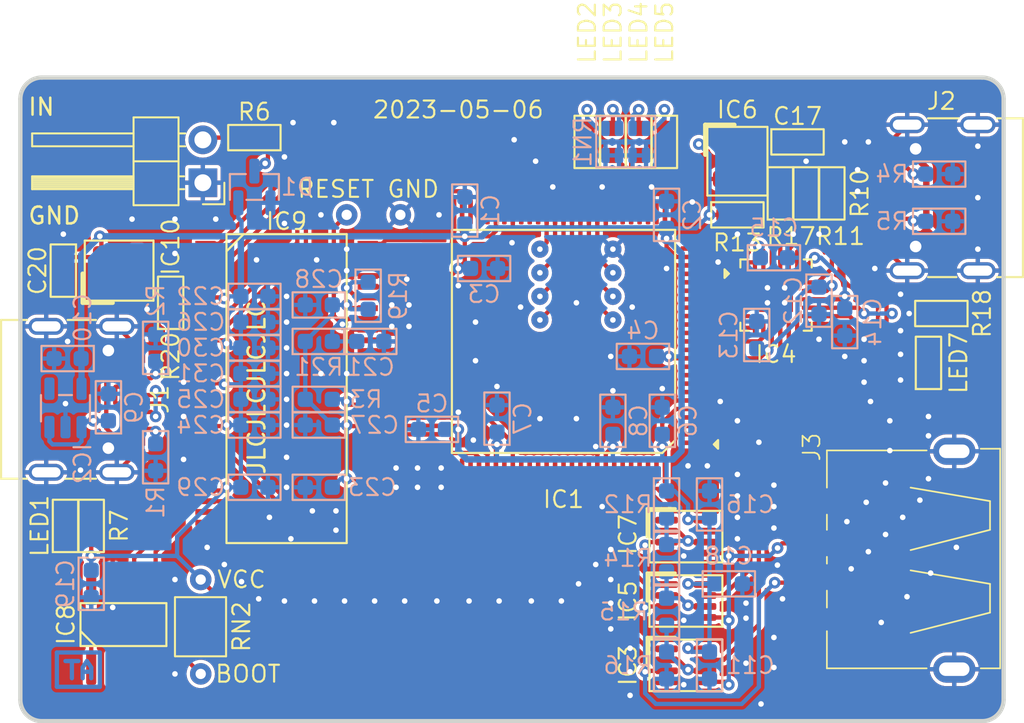
<source format=kicad_pcb>
(kicad_pcb (version 20221018) (generator pcbnew)
  (layers (0 "F.Cu" signal) (31 "B.Cu" signal) (34 "B.Paste" user) (35 "F.Paste" user) (36 "B.SilkS" user "B.Silkscreen") (37 "F.SilkS" user "F.Silkscreen") (38 "B.Mask" user) (39 "F.Mask" user) (44 "Edge.Cuts" user))
  (net 0 "")
  (net 1 "GND")
  (net 2 "+3V3")
  (net 5 "VBUS")
  (net 6 "/CMP_DM_1")
  (net 7 "/T_USB_DM")
  (net 8 "/T_USB_DP")
  (net 9 "/CMP_DP_1")
  (net 10 "/CMP_DM_2")
  (net 11 "/CMP_DP_2")
  (net 12 "/CMP_DM_3")
  (net 13 "/CMP_DP_3")
  (net 14 "/T_USB_VBUS")
  (net 15 "Net-(J2-PadCC1)")
  (net 16 "Net-(J2-PadCC2)")
  (net 19 "Net-(J1-PadCC1)")
  (net 20 "Net-(J1-PadCC2)")
  (net 21 "/FD0")
  (net 22 "/FD1")
  (net 23 "/FD2")
  (net 24 "/FD3")
  (net 25 "/JTAGEN")
  (net 26 "/IO_IN")
  (net 27 "/FD13")
  (net 28 "/FD14")
  (net 29 "/FD15")
  (net 30 "/SLRD")
  (net 31 "/SLWR")
  (net 32 "/IFCLK")
  (net 33 "/FD4")
  (net 34 "/FD5")
  (net 35 "/FD6")
  (net 36 "/FD7")
  (net 37 "/FLAGA")
  (net 38 "/FLAGB")
  (net 39 "/FLAGC")
  (net 40 "/CTRL_CLK")
  (net 41 "/SLOE")
  (net 42 "/CTRL_DATA")
  (net 43 "/FOFOADR0")
  (net 44 "/FOFOADR1")
  (net 45 "/PKTEND")
  (net 46 "/GPIO")
  (net 47 "/FD8")
  (net 48 "/FD9")
  (net 49 "/FD10")
  (net 50 "/FD11")
  (net 51 "/FD12")
  (net 52 "/T_USB_DIR")
  (net 53 "/T_USB_CLK")
  (net 54 "/T_USB_NXT")
  (net 55 "/T_USB_D0")
  (net 56 "/T_USB_D1")
  (net 57 "/T_USB_D2")
  (net 58 "/T_USB_D3")
  (net 59 "/T_USB_D4")
  (net 60 "/T_USB_D5")
  (net 61 "/T_USB_D6")
  (net 62 "/T_USB_D7")
  (net 63 "/T_USB_STP")
  (net 64 "Net-(J4-Pin_2)")
  (net 65 "/Target USB/CMP_REF_1")
  (net 66 "/Target USB/CMP_REF_2")
  (net 67 "/Target USB/CMP_REF_3")
  (net 68 "/Target USB/USB_CLK_IN")
  (net 69 "/Host USB/RESET")
  (net 70 "/Host USB/A1")
  (net 71 "/Host USB/SDA")
  (net 72 "/Host USB/SCL")
  (net 73 "/Host USB/CY_CLK")
  (net 74 "/Host USB/DP")
  (net 75 "/Host USB/DM")
  (net 76 "Net-(IC4-ID)")
  (net 77 "Net-(IC4-VDD18)")
  (net 97 "Net-(IC4-VBUS)")
  (net 98 "Net-(IC4-RBIAS)")
  (net 100 "Net-(IC4-RESETB)")
  (net 101 "Net-(IC6-OUT)")
  (net 104 "Net-(IC9-WAKEUP)")
  (net 105 "Net-(IC10-OUT)")
  (net 106 "Net-(LED1-A)")
  (net 107 "Net-(LED2-K)")
  (net 108 "/DBG_3")
  (net 109 "/DBG_2")
  (net 110 "/DBG_1")
  (net 111 "/DBG_0")
  (net 112 "Net-(LED3-K)")
  (net 113 "Net-(LED4-K)")
  (net 114 "Net-(LED5-K)")
  (net 115 "/SPARE_0")
  (net 116 "/SPARE_1")
  (net 117 "/SPARE_2")
  (net 118 "/SPARE_3")
  (net 119 "/SPARE_4")
  (net 120 "/SPARE_5")
  (net 121 "/SPARE_6")
  (net 122 "Net-(LED7-A)")
  (footprint "ataradov_misc:TestPoint-1.27mm" (layer "F.Cu") (at 43.434 37.465)
    (fp_text reference "TP12" hide)
    (fp_text value "GND")
  )
  (footprint "ataradov_ic:CDFN-4-3.2x2.5mm" (layer "F.Cu") (at 63.373 34.29 -90)
    (fp_text reference "IC6")
    (fp_text value "DSC6101CI2A-026.0000")
  )
  (footprint "ataradov_ic:SOT-23-8" (layer "F.Cu") (at 60.325 56.515)
    (fp_text reference "IC7")
    (fp_text value "MAX9032AKA+T")
  )
  (footprint "ataradov_misc:TestPoint-1.27mm-Small" (layer "F.Cu") (at 56.007 43.688)
    (fp_text reference "TP3" hide)
    (fp_text value " ")
  )
  (footprint "ataradov_smd:0603" (layer "F.Cu") (at 25.146 55.88 90)
    (fp_text reference "R7")
    (fp_text value "10K")
  )
  (footprint "ataradov_misc:TestPoint-1.27mm-Small" (layer "F.Cu") (at 51.689 43.688)
    (fp_text reference "TP4" hide)
    (fp_text value " ")
  )
  (footprint "ataradov_misc:TestPoint-1.27mm-Small" (layer "F.Cu") (at 51.689 39.497)
    (fp_text reference "TP7" hide)
    (fp_text value " ")
  )
  (footprint "ataradov_smd:0603" (layer "F.Cu") (at 34.798 32.893 180)
    (fp_text reference "R6")
    (fp_text value "510")
  )
  (footprint "ataradov_ic:SOT-23-8" (layer "F.Cu") (at 60.325 64.135)
    (fp_text reference "IC3")
    (fp_text value "MAX9032AKA+T")
  )
  (footprint "ataradov_misc:TestPoint-1.27mm" (layer "F.Cu") (at 40.259 37.465)
    (fp_text reference "TP11" hide)
    (fp_text value "RESET")
  )
  (footprint "ataradov_misc:TestPoint-1.27mm" (layer "F.Cu") (at 31.623 64.643)
    (fp_text reference "TP10" hide)
    (fp_text value "BOOT")
  )
  (footprint "ataradov_smd:0603" (layer "F.Cu") (at 54.483 33.147 -90)
    (fp_text reference "LED2")
    (fp_text value "Orange")
  )
  (footprint "ataradov_smd:0603" (layer "F.Cu") (at 74.676 46.228 90)
    (fp_text reference "LED7")
    (fp_text value "Yellow")
  )
  (footprint "ataradov_smd:0603" (layer "F.Cu") (at 23.495 40.767 -90)
    (fp_text reference "C20")
    (fp_text value "100nF")
  )
  (footprint "ataradov_misc:TestPoint-1.27mm" (layer "F.Cu") (at 31.623 59.055)
    (fp_text reference "TP9" hide)
    (fp_text value "VCC")
  )
  (footprint "ataradov_smd:0603" (layer "F.Cu") (at 56.007 33.147 -90)
    (fp_text reference "LED3")
    (fp_text value "Orange")
  )
  (footprint "ataradov_conn:USB-C" (layer "F.Cu") (at 77.597 36.449 90)
    (fp_text reference "J2")
    (fp_text value "USB-C")
  )
  (footprint "ataradov_ic:QFN-24-0.5mm" (layer "F.Cu") (at 65.659 42.2148)
    (fp_text reference "IC4")
    (fp_text value "USB3343")
  )
  (footprint "ataradov_misc:TestPoint-1.27mm-Small" (layer "F.Cu") (at 56.007 42.291)
    (fp_text reference "TP2" hide)
    (fp_text value " ")
  )
  (footprint "ataradov_smd:0603x4" (layer "F.Cu") (at 31.623 61.849)
    (fp_text reference "RN2")
    (fp_text value "2.2K")
  )
  (footprint "ataradov_misc:TestPoint-1.27mm-Small" (layer "F.Cu") (at 51.689 42.291)
    (fp_text reference "TP5" hide)
    (fp_text value " ")
  )
  (footprint "ataradov_misc:TestPoint-1.27mm-Small" (layer "F.Cu") (at 56.007 39.497)
    (fp_text reference "TP8" hide)
    (fp_text value " ")
  )
  (footprint "ataradov_smd:0603" (layer "F.Cu") (at 67.437 36.195 90)
    (fp_text reference "R11")
    (fp_text value "8.06K")
  )
  (footprint "ataradov_ic:SSOP-56-0.635mm" (layer "F.Cu") (at 36.703 47.752)
    (fp_text reference "IC9")
    (fp_text value "CY7C68013A-56PVXC")
  )
  (footprint "ataradov_smd:0603" (layer "F.Cu") (at 75.438 43.307 180)
    (fp_text reference "R18")
    (fp_text value "10K")
  )
  (footprint "ataradov_smd:0603" (layer "F.Cu") (at 29.845 42.672 90)
    (fp_text reference "R20")
    (fp_text value "100")
  )
  (footprint "ataradov_ic:SO-8" (layer "F.Cu") (at 27.051 61.722 90)
    (fp_text reference "IC8")
    (fp_text value "24LC128")
  )
  (footprint "ataradov_smd:0603" (layer "F.Cu") (at 23.622 55.88 90)
    (fp_text reference "LED1")
    (fp_text value "Green")
  )
  (footprint "Connector_PinHeader_2.54mm:PinHeader_1x02_P2.54mm_Horizontal" (layer "F.Cu") (at 31.75 35.565 180)
    (fp_text reference "J4" hide)
    (fp_text value "IN")
  )
  (footprint "ataradov_ic:CDFN-4-3.2x2.5mm" (layer "F.Cu") (at 26.797 40.767)
    (fp_text reference "IC10")
    (fp_text value "DSC6101CI2A-024.0000")
  )
  (footprint "ataradov_ic:SOT-23-8" (layer "F.Cu") (at 60.325 60.325)
    (fp_text reference "IC5")
    (fp_text value "MAX9032AKA+T")
  )
  (footprint "ataradov_smd:0603" (layer "F.Cu") (at 59.055 33.147 -90)
    (fp_text reference "LED5")
    (fp_text value "Orange")
  )
  (footprint "ataradov_smd:0603" (layer "F.Cu") (at 66.929 33.147)
    (fp_text reference "C17")
    (fp_text value "100nF")
  )
  (footprint "ataradov_smd:0603" (layer "F.Cu") (at 63.373 37.465)
    (fp_text reference "R13")
    (fp_text value "10K")
  )
  (footprint "ataradov_conn:USB-C" (layer "F.Cu") (at 22.479 48.387 -90)
    (fp_text reference "J1")
    (fp_text value "USB-C")
  )
  (footprint "ataradov_misc:TestPoint-1.27mm-Small" (layer "F.Cu") (at 51.689 40.894)
    (fp_text reference "TP6" hide)
    (fp_text value " ")
  )
  (footprint "ataradov_misc:TestPoint-1.27mm-Small" (layer "F.Cu") (at 56.007 40.894)
    (fp_text reference "TP1" hide)
    (fp_text value " ")
  )
  (footprint "ataradov_smd:0603" (layer "F.Cu") (at 65.913 36.195 90)
    (fp_text reference "R17")
    (fp_text value "100")
  )
  (footprint "ataradov_ic:TQFP-100-0.5mm" (layer "F.Cu") (at 53.086 44.958 180)
    (fp_text reference "IC1")
    (fp_text value "LCMXO2-2000HC-5TG100")
  )
  (footprint "ataradov_smd:0603" (layer "F.Cu") (at 57.531 33.147 -90)
    (fp_text reference "LED4")
    (fp_text value "Orange")
  )
  (footprint "usb-sniffer:C668591" (layer "F.Cu") (at 74.5675 57.912 90)
    (fp_text reference "J3")
    (fp_text value "USB-A")
  )
  (footprint "ataradov_smd:0603" (layer "F.Cu") (at 68.961 36.195 90)
    (fp_text reference "R10")
    (fp_text value "20K")
  )
  (footprint "ataradov_smd:0603" (layer "B.Cu") (at 34.798 49.911)
    (fp_text reference "C24")
    (fp_text value "100nF")
  )
  (footprint "ataradov_smd:0603x4" (layer "B.Cu") (at 56.769 33.147 -90)
    (fp_text reference "RN1")
    (fp_text value "2.2K")
  )
  (footprint "ataradov_smd:0603" (layer "B.Cu") (at 34.798 43.815)
    (fp_text reference "C26")
    (fp_text value "100nF")
  )
  (footprint "ataradov_ic:SOT-23" (layer "B.Cu") (at 34.798 35.814 90)
    (fp_text reference "D1")
    (fp_text value "BAT54S")
  )
  (footprint "ataradov_misc:Logo-Small" (layer "B.Cu") (at 24.384 64.389 180)
    (fp_text reference "Logo1" hide)
    (fp_text value "Logo" hide)
  )
  (footprint "ataradov_smd:0603" (layer "B.Cu") (at 34.798 53.594)
    (fp_text reference "C29")
    (fp_text value "100nF")
  )
  (footprint "ataradov_smd:0603" (layer "B.Cu") (at 38.608 42.799 180)
    (fp_text reference "C28")
    (fp_text value "100nF")
  )
  (footprint "ataradov_smd:0603" (layer "B.Cu") (at 38.608 44.958)
    (fp_text reference "R21")
    (fp_text value "10K")
  )
  (footprint "ataradov_smd:0603" (layer "B.Cu") (at 59.182 57.785 -90)
    (fp_text reference "R14")
    (fp_text value "33K")
  )
  (footprint "ataradov_smd:0603" (layer "B.Cu") (at 48.387 40.64)
    (fp_text reference "C3")
    (fp_text value "100nF")
  )
  (footprint "ataradov_smd:0603" (layer "B.Cu") (at 26.162 48.857 90)
    (fp_text reference "C9")
    (fp_text value "1uF")
  )
  (footprint "ataradov_smd:0603" (layer "B.Cu") (at 59.182 54.61 -90)
    (fp_text reference "R12")
    (fp_text value "10K")
  )
  (footprint "ataradov_smd:0603" (layer "B.Cu") (at 34.798 42.291)
    (fp_text reference "C22")
    (fp_text value "100nF")
  )
  (footprint "ataradov_smd:0603" (layer "B.Cu") (at 59.182 64.135 -90)
    (fp_text reference "R16")
    (fp_text value "4.7K")
  )
  (footprint "ataradov_smd:0603" (layer "B.Cu") (at 58.928 49.657 90)
    (fp_text reference "C6")
    (fp_text value "100nF")
  )
  (footprint "ataradov_smd:0603" (layer "B.Cu") (at 75.311 35.052)
    (fp_text reference "R4")
    (fp_text value "5.1K")
  )
  (footprint "ataradov_smd:0603" (layer "B.Cu") (at 38.608 53.594 180)
    (fp_text reference "C23")
    (fp_text value "100nF")
  )
  (footprint "ataradov_smd:0603" (layer "B.Cu") (at 45.301 50.165 180)
    (fp_text reference "C5")
    (fp_text value "100nF")
  )
  (footprint "ataradov_smd:0603" (layer "B.Cu") (at 59.182 37.465 90)
    (fp_text reference "C2")
    (fp_text value "100nF")
  )
  (footprint "ataradov_smd:0603" (layer "B.Cu") (at 41.529 42.253 -90)
    (fp_text reference "R19")
    (fp_text value "10K")
  )
  (footprint "ataradov_smd:0603" (layer "B.Cu") (at 68.199 42.545 -90)
    (fp_text reference "C12")
    (fp_text value "100nF")
  )
  (footprint "ataradov_smd:0603" (layer "B.Cu") (at 59.182 60.96 -90)
    (fp_text reference "R15")
    (fp_text value "4.7K")
  )
  (footprint "ataradov_smd:0603" (layer "B.Cu") (at 62.865 59.309)
    (fp_text reference "C18")
    (fp_text value "100nF")
  )
  (footprint "ataradov_smd:0603" (layer "B.Cu") (at 65.532 40.005)
    (fp_text reference "C15")
    (fp_text value "2.2uF")
  )
  (footprint "ataradov_smd:0603" (layer "B.Cu") (at 23.749 45.974 180)
    (fp_text reference "C10")
    (fp_text value "1uF")
  )
  (footprint "ataradov_smd:0603" (layer "B.Cu") (at 34.798 48.387)
    (fp_text reference "C25")
    (fp_text value "100nF")
  )
  (footprint "ataradov_smd:0603" (layer "B.Cu") (at 75.311 37.846)
    (fp_text reference "R5")
    (fp_text value "5.1K")
  )
  (footprint "ataradov_smd:0603" (layer "B.Cu") (at 28.956 45.339 90)
    (fp_text reference "R2")
    (fp_text value "5.1K")
  )
  (footprint "ataradov_smd:0603" (layer "B.Cu") (at 64.516 44.577 90)
    (fp_text reference "C13")
    (fp_text value "100nF")
  )
  (footprint "ataradov_smd:0603" (layer "B.Cu") (at 34.798 45.339)
    (fp_text reference "C30")
    (fp_text value "2.2uF")
  )
  (footprint "ataradov_ic:SOT-23-5" (layer "B.Cu") (at 23.622 48.895 90)
    (fp_text reference "IC2")
    (fp_text value "MIC5504-3.3v")
  )
  (footprint "ataradov_smd:0603" (layer "B.Cu") (at 49.149 49.53 90)
    (fp_text reference "C7")
    (fp_text value "100nF")
  )
  (footprint "ataradov_smd:0603" (layer "B.Cu") (at 56.007 49.657 90)
    (fp_text reference "C8")
    (fp_text value "100nF")
  )
  (footprint "ataradov_smd:0603" (layer "B.Cu") (at 61.722 64.135 -90)
    (fp_text reference "C11")
    (fp_text value "100nF")
  )
  (footprint "ataradov_smd:0603" (layer "B.Cu") (at 69.723 43.815 -90)
    (fp_text reference "C14")
    (fp_text value "2.2uF")
  )
  (footprint "ataradov_smd:0603" (layer "B.Cu") (at 34.798 46.863)
    (fp_text reference "C31")
    (fp_text value "2.2uF")
  )
  (footprint "ataradov_smd:0603" (layer "B.Cu") (at 47.244 37.211 90)
    (fp_text reference "C1")
    (fp_text value "100nF")
  )
  (footprint "ataradov_smd:0603" (layer "B.Cu") (at 57.785 45.847 180)
    (fp_text reference "C4")
    (fp_text value "100nF")
  )
  (footprint "ataradov_smd:0603" (layer "B.Cu") (at 38.608 49.911 180)
    (fp_text reference "C27")
    (fp_text value "100nF")
  )
  (footprint "ataradov_smd:0603" (layer "B.Cu") (at 41.656 44.958)
    (fp_text reference "C21")
    (fp_text value "10uF")
  )
  (footprint "ataradov_smd:0603" (layer "B.Cu") (at 61.722 54.61 90)
    (fp_text reference "C16")
    (fp_text value "100nF")
  )
  (footprint "ataradov_smd:0603" (layer "B.Cu") (at 25.146 59.309 -90)
    (fp_text reference "C19")
    (fp_text value "100nF")
  )
  (footprint "ataradov_smd:0603" (layer "B.Cu") (at 38.608 48.387)
    (fp_text reference "R3")
    (fp_text value "10K")
  )
  (footprint "ataradov_smd:0603" (layer "B.Cu") (at 28.956 51.816 -90)
    (fp_text reference "R1")
    (fp_text value "5.1K")
  )
  (gr_arc (start 20.955 30.607) (mid 21.326974 29.708974) (end 22.225 29.337) (stroke (width 0.254)) (layer "Edge.Cuts"))
  (gr_line (start 79.120999 30.607) (end 79.120999 66.166999) (stroke (width 0.254)) (layer "Edge.Cuts"))
  (gr_arc (start 79.120999 66.166999) (mid 78.749025 67.065025) (end 77.850999 67.436999) (stroke (width 0.254)) (layer "Edge.Cuts"))
  (gr_arc (start 22.225001 67.436999) (mid 21.326975 67.065025) (end 20.955001 66.166999) (stroke (width 0.254)) (layer "Edge.Cuts"))
  (gr_line (start 20.955 66.167) (end 20.955 30.607) (stroke (width 0.254)) (layer "Edge.Cuts"))
  (gr_line (start 77.851 67.436999) (end 22.225001 67.436999) (stroke (width 0.254)) (layer "Edge.Cuts"))
  (gr_line (start 22.225 29.337) (end 77.851 29.337) (stroke (width 0.254)) (layer "Edge.Cuts"))
  (gr_arc (start 77.850999 29.337001) (mid 78.749025 29.708975) (end 79.120999 30.607001) (stroke (width 0.254)) (layer "Edge.Cuts"))
  (gr_text "www.taradov.com" (at 45.72 65.024) (layer "F.Cu") (effects (font (size 1 1) (thickness 0.127))))
  (gr_text "USB Sniffer v6" (at 45.847 62.738) (layer "F.Cu") (effects (font (size 1.5 1.5) (thickness 0.127))))
  (gr_text "2023-05-06" (at 46.863 31.242) (layer "F.SilkS") (effects (font (size 1 1) (thickness 0.127))))
  (gr_text "IN\n\n\n\nGND" (at 21.336 38.1) (layer "F.SilkS") (effects (font (size 1 1)) (justify left bottom)))
  (gr_text "JLCJLCJLCJLC" (at 35.52 52.92 90) (layer "F.SilkS") (effects (font (size 1 1)) (justify left bottom)))
  (segment (start 72.466 39.699) (end 72.466 39.818) (width 0.254) (layer "F.Cu") (net 1))
  (segment (start 27.61 51.637) (end 27.61 51.756) (width 0.254) (layer "F.Cu") (net 1))
  (segment (start 72.466 33.199) (end 72.466 33.08) (width 0.254) (layer "F.Cu") (net 1))
  (segment (start 27.61 45.137) (end 27.61 45.018) (width 0.254) (layer "F.Cu") (net 1))
  (segment (start 27.61 45.018) (end 26.659 44.067) (width 0.254) (layer "F.Cu") (net 1))
  (segment (start 72.466 39.818) (end 73.417 40.769) (width 0.254) (layer "F.Cu") (net 1))
  (segment (start 27.61 51.756) (end 26.659 52.707) (width 0.254) (layer "F.Cu") (net 1))
  (segment (start 72.466 33.08) (end 73.417 32.129) (width 0.254) (layer "F.Cu") (net 1))
  (via (at 30.099 64.643) (size 0.6858) (drill 0.3302) (layers "F.Cu" "B.Cu") (net 1))
  (via (at 45.72 37.465) (size 0.6858) (drill 0.3302) (layers "F.Cu" "B.Cu") (net 1))
  (via (at 52.451 35.814) (size 0.6858) (drill 0.3302) (layers "F.Cu" "B.Cu") (net 1))
  (via (at 57.15 42.926) (size 0.6858) (drill 0.3302) (layers "F.Cu" "B.Cu") (net 1))
  (via (at 73.025 47.244) (size 0.6858) (drill 0.3302) (layers "F.Cu" "B.Cu") (net 1))
  (via (at 69.723 33.147) (size 0.6858) (drill 0.3302) (layers "F.Cu" "B.Cu") (net 1))
  (via (at 55.372 35.814) (size 0.6858) (drill 0.3302) (layers "F.Cu" "B.Cu") (net 1))
  (via (at 36.576 34.036) (size 0.6858) (drill 0.3302) (layers "F.Cu" "B.Cu") (net 1))
  (via (at 63.373 49.657) (size 0.6858) (drill 0.3302) (layers "F.Cu" "B.Cu") (net 1))
  (via (at 45.847 53.594) (size 0.6858) (drill 0.3302) (layers "F.Cu" "B.Cu") (net 1))
  (via (at 45.847 52.451) (size 0.6858) (drill 0.3302) (layers "F.Cu" "B.Cu") (net 1))
  (via (at 43.942 44.069) (size 0.6858) (drill 0.3302) (layers "F.Cu" "B.Cu") (net 1))
  (via (at 72.136 56.388) (size 0.6858) (drill 0.3302) (layers "F.Cu" "B.Cu") (net 1))
  (via (at 30.607 47.371) (size 0.6858) (drill 0.3302) (layers "F.Cu" "B.Cu") (net 1))
  (via (at 56.007 47.879) (size 0.6858) (drill 0.3302) (layers "F.Cu" "B.Cu") (net 1))
  (via (at 60.198 61.468) (size 0.6858) (drill 0.3302) (layers "F.Cu" "B.Cu") (net 1))
  (via (at 65.532 53.467) (size 0.6858) (drill 0.3302) (layers "F.Cu" "B.Cu") (net 1))
  (via (at 55.88 57.277) (size 0.6858) (drill 0.3302) (layers "F.Cu" "B.Cu") (net 1))
  (via (at 76.327 57.15) (size 0.6858) (drill 0.3302) (layers "F.Cu" "B.Cu") (net 1))
  (via (at 40.259 39.497) (size 0.6858) (drill 0.3302) (layers "F.Cu" "B.Cu") (net 1))
  (via (at 51.689 49.53) (size 0.6858) (drill 0.3302) (layers "F.Cu" "B.Cu") (net 1))
  (via (at 70.866 47.371) (size 0.6858) (drill 0.3302) (layers "F.Cu" "B.Cu") (net 1))
  (via (at 65.151 42.672) (size 0.6858) (drill 0.3302) (layers "F.Cu" "B.Cu") (net 1))
  (via (at 73.533 43.307) (size 0.6858) (drill 0.3302) (layers "F.Cu" "B.Cu") (net 1))
  (via (at 43.18 53.594) (size 0.6858) (drill 0.3302) (layers "F.Cu" "B.Cu") (net 1))
  (via (at 46.863 49.149) (size 0.6858) (drill 0.3302) (layers "F.Cu" "B.Cu") (net 1))
  (via (at 44.45 53.594) (size 0.6858) (drill 0.3302) (layers "F.Cu" "B.Cu") (net 1))
  (via (at 34.036 59.182) (size 0.6858) (drill 0.3302) (layers "F.Cu" "B.Cu") (net 1))
  (via (at 54.991 51.181) (size 0.6858) (drill 0.3302) (layers "F.Cu" "B.Cu") (net 1))
  (via (at 71.12 57.404) (size 0.6858) (drill 0.3302) (layers "F.Cu" "B.Cu") (net 1))
  (via (at 55.88 61.976) (size 0.6858) (drill 0.3302) (layers "F.Cu" "B.Cu") (net 1))
  (via (at 74.803 58.674) (size 0.6858) (drill 0.3302) (layers "F.Cu" "B.Cu") (net 1))
  (via (at 37.084 32.004) (size 0.6858) (drill 0.3302) (layers "F.Cu" "B.Cu") (net 1))
  (via (at 66.04 60.198) (size 0.6858) (drill 0.3302) (layers "F.Cu" "B.Cu") (net 1))
  (via (at 49.149 47.625) (size 0.6858) (drill 0.3302) (layers "F.Cu" "B.Cu") (net 1))
  (via (at 73.152 55.372) (size 0.6858) (drill 0.3302) (layers "F.Cu" "B.Cu") (net 1))
  (via (at 44.45 52.451) (size 0.6858) (drill 0.3302) (layers "F.Cu" "B.Cu") (net 1))
  (via (at 30.607 49.403) (size 0.6858) (drill 0.3302) (layers "F.Cu" "B.Cu") (net 1))
  (via (at 39.624 54.991) (size 0.6858) (drill 0.3302) (layers "F.Cu" "B.Cu") (net 1))
  (via (at 47.879 43.815) (size 0.6858) (drill 0.3302) (layers "F.Cu" "B.Cu") (net 1))
  (via (at 47.498 60.325) (size 0.6858) (drill 0.3302) (layers "F.Cu" "B.Cu") (net 1))
  (via (at 63.881 60.452) (size 0.6858) (drill 0.3302) (layers "F.Cu" "B.Cu") (net 1))
  (via (at 77.597 36.449) (size 0.6858) (drill 0.3302) (layers "F.Cu" "B.Cu") (net 1))
  (via (at 71.12 33.147) (size 0.6858) (drill 0.3302) (layers "F.Cu" "B.Cu") (net 1))
  (via (at 70.485 36.068) (size 0.6858) (drill 0.3302) (layers "F.Cu" "B.Cu") (net 1))
  (via (at 74.676 50.546) (size 0.6858) (drill 0.3302) (layers "F.Cu" "B.Cu") (net 1))
  (via (at 36.576 37.973) (size 0.6858) (drill 0.3302) (layers "F.Cu" "B.Cu") (net 1))
  (via (at 30.099 39.751) (size 0.6858) (drill 0.3302) (layers "F.Cu" "B.Cu") (net 1))
  (via (at 51.435 34.29) (size 0.6858) (drill 0.3302) (layers "F.Cu" "B.Cu") (net 1))
  (via (at 63.373 56.642) (size 0.6858) (drill 0.3302) (layers "F.Cu" "B.Cu") (net 1))
  (via (at 66.167 42.672) (size 0.6858) (drill 0.3302) (layers "F.Cu" "B.Cu") (net 1))
  (via (at 23.749 44.958) (size 0.6858) (drill 0.3302) (layers "F.Cu" "B.Cu") (net 1))
  (via (at 64.77 66.421) (size 0.6858) (drill 0.3302) (layers "F.Cu" "B.Cu") (net 1))
  (via (at 57.023 65.913) (size 0.6858) (drill 0.3302) (layers "F.Cu" "B.Cu") (net 1))
  (via (at 57.023 63.119) (size 0.6858) (drill 0.3302) (layers "F.Cu" "B.Cu") (net 1))
  (via (at 40.259 40.767) (size 0.6858) (drill 0.3302) (layers "F.Cu" "B.Cu") (net 1))
  (via (at 38.354 60.325) (size 0.6858) (drill 0.3302) (layers "F.Cu" "B.Cu") (net 1))
  (via (at 57.023 64.516) (size 0.6858) (drill 0.3302) (layers "F.Cu" "B.Cu") (net 1))
  (via (at 63.881 61.341) (size 0.6858) (drill 0.3302) (layers "F.Cu" "B.Cu") (net 1))
  (via (at 70.993 54.483) (size 0.6858) (drill 0.3302) (layers "F.Cu" "B.Cu") (net 1))
  (via (at 42.926 44.069) (size 0.6858) (drill 0.3302) (layers "F.Cu" "B.Cu") (net 1))
  (via (at 54.991 58.166) (size 0.6858) (drill 0.3302) (layers "F.Cu" "B.Cu") (net 1))
  (via (at 49.276 60.325) (size 0.6858) (drill 0.3302) (layers "F.Cu" "B.Cu") (net 1))
  (via (at 36.703 45.339) (size 0.6858) (drill 0.3302) (layers "F.Cu" "B.Cu") (net 1))
  (via (at 45.593 60.325) (size 0.6858) (drill 0.3302) (layers "F.Cu" "B.Cu") (net 1))
  (via (at 73.025 42.164) (size 0.6858) (drill 0.3302) (layers "F.Cu" "B.Cu") (net 1))
  (via (at 36.703 49.911) (size 0.6858) (drill 0.3302) (layers "F.Cu" "B.Cu") (net 1))
  (via (at 55.88 60.452) (size 0.6858) (drill 0.3302) (layers "F.Cu" "B.Cu") (net 1))
  (via (at 70.104 58.42) (size 0.6858) (drill 0.3302) (layers "F.Cu" "B.Cu") (net 1))
  (via (at 39.497 32.004) (size 0.6858) (drill 0.3302) (layers "F.Cu" "B.Cu") (net 1))
  (via (at 39.624 56.134) (size 0.6858) (drill 0.3302) (layers "F.Cu" "B.Cu") (net 1))
  (via (at 23.495 38.608) (size 0.6858) (drill 0.3302) (layers "F.Cu" "B.Cu") (net 1))
  (via (at 35.052 60.198) (size 0.6858) (drill 0.3302) (layers "F.Cu" "B.Cu") (net 1))
  (via (at 72.39 51.42) (size 0.6858) (drill 0.3302) (layers "F.Cu" "B.Cu") (net 1))
  (via (at 36.703 42.291) (size 0.6858) (drill 0.3302) (layers "F.Cu" "B.Cu") (net 1))
  (via (at 63.881 64.008) (size 0.6858) (drill 0.3302) (layers "F.Cu" "B.Cu") (net 1))
  (via (at 58.293 35.814) (size 0.6858) (drill 0.3302) (layers "F.Cu" "B.Cu") (net 1))
  (via (at 71.501 40.64) (size 0.6858) (drill 0.3302) (layers "F.Cu" "B.Cu") (net 1))
  (via (at 35.687 55.372) (size 0.6858) (drill 0.3302) (layers "F.Cu" "B.Cu") (net 1))
  (via (at 38.735 46.863) (size 0.6858) (drill 0.3302) (layers "F.Cu" "B.Cu") (net 1))
  (via (at 77.597 33.401) (size 0.6858) (drill 0.3302) (layers "F.Cu" "B.Cu") (net 1))
  (via (at 43.688 60.325) (size 0.6858) (drill 0.3302) (layers "F.Cu" "B.Cu") (net 1))
  (via (at 34.925 40.132) (size 0.6858) (drill 0.3302) (layers "F.Cu" "B.Cu") (net 1))
  (via (at 42.926 42.799) (size 0.6858) (drill 0.3302) (layers "F.Cu" "B.Cu") (net 1))
  (via (at 61.595 52.324) (size 0.6858) (drill 0.3302) (layers "F.Cu" "B.Cu") (net 1))
  (via (at 66.167 41.783) (size 0.6858) (drill 0.3302) (layers "F.Cu" "B.Cu") (net 1))
  (via (at 72.39 49.657) (size 0.6858) (drill 0.3302) (layers "F.Cu" "B.Cu") (net 1))
  (via (at 63.373 52.832) (size 0.6858) (drill 0.3302) (layers "F.Cu" "B.Cu") (net 1))
  (via (at 53.848 49.53) (size 0.6858) (drill 0.3302) (layers "F.Cu" "B.Cu") (net 1))
  (via (at 46.863 41.656) (size 0.6858) (drill 0.3302) (layers "F.Cu" "B.Cu") (net 1))
  (via (at 73.025 45.72) (size 0.6858) (drill 0.3302) (layers "F.Cu" "B.Cu") (net 1))
  (via (at 63.373 54.102) (size 0.6858) (drill 0.3302) (layers "F.Cu" "B.Cu") (net 1))
  (via (at 63.373 55.372) (size 0.6858) (drill 0.3302) (layers "F.Cu" "B.Cu") (net 1))
  (via (at 60.452 52.324) (size 0.6858) (drill 0.3302) (layers "F.Cu" "B.Cu") (net 1))
  (via (at 32.512 37.719) (size 0.6858) (drill 0.3302) (layers "F.Cu" "B.Cu") (net 1))
  (via (at 36.703 43.815) (size 0.6858) (drill 0.3302) (layers "F.Cu" "B.Cu") (net 1))
  (via (at 50.038 39.116) (size 0.6858) (drill 0.3302) (layers "F.Cu" "B.Cu") (net 1))
  (via (at 43.815 41.275) (size 0.6858) (drill 0.3302) (layers "F.Cu" "B.Cu") (net 1))
  (via (at 72.136 53.34) (size 0.6858) (drill 0.3302) (layers "F.Cu" "B.Cu") (net 1))
  (via (at 55.88 59.055) (size 0.6858) (drill 0.3302) (layers "F.Cu" "B.Cu") (net 1))
  (via (at 24.511 52.578) (size 0.6858) (drill 0.3302) (layers "F.Cu" "B.Cu") (net 1))
  (via (at 51.181 60.325) (size 0.6858) (drill 0.3302) (layers "F.Cu" "B.Cu") (net 1))
  (via (at 41.91 60.325) (size 0.6858) (drill 0.3302) (layers "F.Cu" "B.Cu") (net 1))
  (via (at 36.957 56.642) (size 0.6858) (drill 0.3302) (layers "F.Cu" "B.Cu") (net 1))
  (via (at 68.199 38.608) (size 0.6858) (drill 0.3302) (layers "F.Cu" "B.Cu") (net 1))
  (via (at 73.025 44.323) (size 0.6858) (drill 0.3302) (layers "F.Cu" "B.Cu") (net 1))
  (via (at 71.247 48.514) (size 0.6858) (drill 0.3302) (layers "F.Cu" "B.Cu") (net 1))
  (via (at 70.866 46.101) (size 0.6858) (drill 0.3302) (layers "F.Cu" "B.Cu") (net 1))
  (via (at 65.151 41.783) (size 0.6858) (drill 0.3302) (layers "F.Cu" "B.Cu") (net 1))
  (via (at 32.004 57.15) (size 0.6858) (drill 0.3302) (layers "F.Cu" "B.Cu") (net 1))
  (via (at 38.481 40.132) (size 0.6858) (drill 0.3302) (layers "F.Cu" "B.Cu") (net 1))
  (via (at 50.165 33.02) (size 0.6858) (drill 0.3302) (layers "F.Cu" "B.Cu") (net 1))
  (via (at 28.448 43.053) (size 0.6858) (drill 0.3302) (layers "F.Cu" "B.Cu") (net 1))
  (via (at 55.372 54.737) (size 0.6858) (drill 0.3302) (layers "F.Cu" "B.Cu") (net 1))
  (via (at 43.942 42.799) (size 0.6858) (drill 0.3302) (layers "F.Cu" "B.Cu") (net 1))
  (via (at 65.532 54.737) (size 0.6858) (drill 0.3302) (layers "F.Cu" "B.Cu") (net 1))
  (via (at 38.735 37.465) (size 0.6858) (drill 0.3302) (layers "F.Cu" "B.Cu") (net 1))
  (via (at 36.703 53.594) (size 0.6858) (drill 0.3302) (layers "F.Cu" "B.Cu") (net 1))
  (via (at 43.18 52.451) (size 0.6858) (drill 0.3302) (layers "F.Cu" "B.Cu") (net 1))
  (via (at 23.622 48.641) (size 0.6858) (drill 0.3302) (layers "F.Cu" "B.Cu") (net 1))
  (via (at 69.723 45.847) (size 0.6858) (drill 0.3302) (layers "F.Cu" "B.Cu") (net 1))
  (via (at 38.227 54.991) (size 0.6858) (drill 0.3302) (layers "F.Cu" "B.Cu") (net 1))
  (via (at 62.357 48.514) (size 0.6858) (drill 0.3302) (layers "F.Cu" "B.Cu") (net 1))
  (via (at 77.597 39.497) (size 0.6858) (drill 0.3302) (layers "F.Cu" "B.Cu") (net 1))
  (via (at 30.607 51.943) (size 0.6858) (drill 0.3302) (layers "F.Cu" "B.Cu") (net 1))
  (via (at 30.099 59.055) (size 0.6858) (drill 0.3302) (layers "F.Cu" "B.Cu") (net 1))
  (via (at 30.099 37.719) (size 0.6858) (drill 0.3302) (layers "F.Cu" "B.Cu") (net 1))
  (via (at 40.132 60.325) (size 0.6858) (drill 0.3302) (layers "F.Cu" "B.Cu") (net 1))
  (via (at 26.416 60.706) (size 0.6858) (drill 0.3302) (layers "F.Cu" "B.Cu") (net 1))
  (via (at 69.85 55.626) (size 0.6858) (drill 0.3302) (layers "F.Cu" "B.Cu") (net 1))
  (via (at 71.882 61.595) (size 0.6858) (drill 0.3302) (layers "F.Cu" "B.Cu") (net 1))
  (via (at 68.199 44.831) (size 0.6858) (drill 0.3302) (layers "F.Cu" "B.Cu") (net 1))
  (via (at 74.676 49.403) (size 0.6858) (drill 0.3302) (layers "F.Cu" "B.Cu") (net 1))
  (via (at 70.866 44.831) (size 0.6858) (drill 0.3302) (layers "F.Cu" "B.Cu") (net 1))
  (via (at 65.532 64.262) (size 0.6858) (drill 0.3302) (layers "F.Cu" "B.Cu") (net 1))
  (via (at 62.23 40.259) (size 0.6858) (drill 0.3302) (layers "F.Cu" "B.Cu") (net 1))
  (via (at 74.168 54.356) (size 0.6858) (drill 0.3302) (layers "F.Cu" "B.Cu") (net 1))
  (via (at 55.88 45.847) (size 0.6858) (drill 0.3302) (layers "F.Cu" "B.Cu") (net 1))
  (via (at 36.703 51.816) (size 0.6858) (drill 0.3302) (layers "F.Cu" "B.Cu") (net 1))
  (via (at 60.198 65.278) (size 0.6858) (drill 0.3302) (layers "F.Cu" "B.Cu") (net 1))
  (via (at 59.182 40.64) (size 0.6858) (drill 0.3302) (layers "F.Cu" "B.Cu") (net 1))
  (via (at 67.437 34.29) (size 0.6858) (drill 0.3302) (layers "F.Cu" "B.Cu") (net 1))
  (via (at 53.848 42.672) (size 0.6858) (drill 0.3302) (layers "F.Cu" "B.Cu") (net 1))
  (via (at 70.485 34.798) (size 0.6858) (drill 0.3302) (layers "F.Cu" "B.Cu") (net 1))
  (via (at 40.259 46.863) (size 0.6858) (drill 0.3302) (layers "F.Cu" "B.Cu") (net 1))
  (via (at 64.643 50.927) (size 0.6858) (drill 0.3302) (layers "F.Cu" "B.Cu") (net 1))
  (via (at 52.959 60.325) (size 0.6858) (drill 0.3302) (layers "F.Cu" "B.Cu") (net 1))
  (via (at 65.532 62.484) (size 0.6858) (drill 0.3302) (layers "F.Cu" "B.Cu") (net 1))
  (via (at 47.879 46.101) (size 0.6858) (drill 0.3302) (layers "F.Cu" "B.Cu") (net 1))
  (via (at 53.975 59.309) (size 0.6858) (drill 0.3302) (layers "F.Cu" "B.Cu") (net 1))
  (via (at 73.406 60.071) (size 0.6858) (drill 0.3302) (layers "F.Cu" "B.Cu") (net 1))
  (via (at 74.676 53.086) (size 0.6858) (drill 0.3302) (layers "F.Cu" "B.Cu") (net 1))
  (via (at 60.198 57.658) (size 0.6858) (drill 0.3302) (layers "F.Cu" "B.Cu") (net 1))
  (via (at 65.532 56.007) (size 0.6858) (drill 0.3302) (layers "F.Cu" "B.Cu") (net 1))
  (via (at 47.752 50.8) (size 0.6858) (drill 0.3302) (layers "F.Cu" "B.Cu") (net 1))
  (via (at 66.675 38.608) (size 0.6858) (drill 0.3302) (layers "F.Cu" "B.Cu") (net 1))
  (via (at 27.559 37.719) (size 0.6858) (drill 0.3302) (layers "F.Cu" "B.Cu") (net 1))
  (via (at 36.703 48.387) (size 0.6858) (drill 0.3302) (layers "F.Cu" "B.Cu") (net 1))
  (via (at 58.928 47.752) (size 0.6858) (drill 0.3302) (layers "F.Cu" "B.Cu") (net 1))
  (via (at 65.74 58.2) (size 0.6858) (drill 0.3302) (layers "F.Cu" "B.Cu") (net 1))
  (via (at 63.373 38.608) (size 0.6858) (drill 0.3302) (layers "F.Cu" "B.Cu") (net 1))
  (via (at 50.546 42.926) (size 0.6858) (drill 0.3302) (layers "F.Cu" "B.Cu") (net 1))
  (via (at 60.706 36.703) (size 0.6858) (drill 0.3302) (layers "F.Cu" "B.Cu") (net 1))
  (via (at 36.703 46.863) (size 0.6858) (drill 0.3302) (layers "F.Cu" "B.Cu") (net 1))
  (via (at 36.576 60.325) (size 0.6858) (drill 0.3302) (layers "F.Cu" "B.Cu") (net 1))
  (via (at 33.02 58.166) (size 0.6858) (drill 0.3302) (layers "F.Cu" "B.Cu") (net 1))
  (segment (start 46.863 40.64) (end 47.244 40.259) (width 0.254) (layer "F.Cu") (net 2))
  (segment (start 42.4015 49.9745) (end 42.418 49.958) (width 0.254) (layer "F.Cu") (net 2))
  (segment (start 49.086 37.2955) (end 49.086 38.417) (width 0.254) (layer "F.Cu") (net 2))
  (segment (start 55.586 52.6205) (end 55.586 51.602) (width 0.254) (layer "F.Cu") (net 2))
  (segment (start 47.244 40.259) (end 47.244 38.735) (width 0.254) (layer "F.Cu") (net 2))
  (segment (start 60.493 59.35) (end 61.4625 59.35) (width 0.254) (layer "F.Cu") (net 2))
  (segment (start 68.961 41.656) (end 68.6522 41.9648) (width 0.254) (layer "F.Cu") (net 2))
  (segment (start 32.423 59.855) (end 32.423 60.649) (width 0.254) (layer "F.Cu") (net 2))
  (segment (start 49.086 51.117) (end 49.149 51.054) (width 0.254) (layer "F.Cu") (net 2))
  (segment (start 32.9565 47.4345) (end 33.02 47.498) (width 0.254) (layer "F.Cu") (net 2))
  (segment (start 59.086 52.6205) (end 59.086 51.339) (width 0.254) (layer "F.Cu") (net 2))
  (segment (start 59.182 39.37) (end 59.182 38.862) (width 0.254) (layer "F.Cu") (net 2))
  (segment (start 33.0835 49.9745) (end 33.147 49.911) (width 0.254) (layer "F.Cu") (net 2))
  (segment (start 46.545 40.958) (end 46.863 40.64) (width 0.254) (layer "F.Cu") (net 2))
  (segment (start 60.452 59.309) (end 60.493 59.35) (width 0.254) (layer "F.Cu") (net 2))
  (segment (start 49.086 52.6205) (end 49.086 51.117) (width 0.254) (layer "F.Cu") (net 2))
  (segment (start 60.452 63.119) (end 60.493 63.16) (width 0.254) (layer "F.Cu") (net 2))
  (segment (start 49.086 38.417) (end 48.768 38.735) (width 0.254) (layer "F.Cu") (net 2))
  (segment (start 32.9565 53.7845) (end 33.147 53.594) (width 0.254) (layer "F.Cu") (net 2))
  (segment (start 60.493 63.16) (end 61.4625 63.16) (width 0.254) (layer "F.Cu") (net 2))
  (segment (start 25.647 39.967) (end 25.747 39.867) (width 0.254) (layer "F.Cu") (net 2))
  (segment (start 40.3225 49.9745) (end 40.259 49.911) (width 0.254) (layer "F.Cu") (net 2))
  (segment (start 60.7485 48.958) (end 59.754 48.958) (width 0.254) (layer "F.Cu") (net 2))
  (segment (start 25.146 64.322) (end 25.146 59.122) (width 0.254) (layer "F.Cu") (net 2))
  (segment (start 60.7485 39.958) (end 59.77 39.958) (width 0.254) (layer "F.Cu") (net 2))
  (segment (start 32.9565 44.8945) (end 33.147 45.085) (width 0.254) (layer "F.Cu") (net 2))
  (segment (start 31.623 59.055) (end 32.423 59.855) (width 0.254) (layer "F.Cu") (net 2))
  (segment (start 68.6522 41.9648) (end 67.5711 41.9648) (width 0.254) (layer "F.Cu") (net 2))
  (segment (start 59.77 39.958) (end 59.182 39.37) (width 0.254) (layer "F.Cu") (net 2))
  (segment (start 31.903 53.7845) (end 32.9565 53.7845) (width 0.254) (layer "F.Cu") (net 2))
  (segment (start 25.146 56.68) (end 25.146 57.658) (width 0.254) (layer "F.Cu") (net 2))
  (segment (start 31.903 44.8945) (end 32.9565 44.8945) (width 0.254) (layer "F.Cu") (net 2))
  (segment (start 47.086 38.577) (end 47.244 38.735) (width 0.254) (layer "F.Cu") (net 2))
  (segment (start 60.493 55.54) (end 61.4625 55.54) (width 0.254) (layer "F.Cu") (net 2))
  (segment (start 25.747 41.667) (end 25.747 39.867) (width 0.254) (layer "F.Cu") (net 2))
  (segment (start 59.754 48.958) (end 58.928 49.784) (width 0.254) (layer "F.Cu") (net 2))
  (segment (start 41.503 53.1495) (end 40.3225 53.1495) (width 0.254) (layer "F.Cu") (net 2))
  (segment (start 64.273 33.24) (end 66.036 33.24) (width 0.254) (layer "F.Cu") (net 2))
  (segment (start 48.768 38.735) (end 47.244 38.735) (width 0.254) (layer "F.Cu") (net 2))
  (segment (start 58.928 49.784) (end 58.928 51.181) (width 0.254) (layer "F.Cu") (net 2))
  (segment (start 59.086 51.339) (end 58.928 51.181) (width 0.254) (layer "F.Cu") (net 2))
  (segment (start 62.573 37.465) (end 61.722 37.465) (width 0.254) (layer "F.Cu") (net 2))
  (segment (start 31.903 49.9745) (end 33.0835 49.9745) (width 0.254) (layer "F.Cu") (net 2))
  (segment (start 62.473 33.24) (end 61.121 33.24) (width 0.254) (layer "F.Cu") (net 2))
  (segment (start 59.086 37.2955) (end 59.086 38.766) (width 0.254) (layer "F.Cu") (net 2))
  (segment (start 41.503 42.9895) (end 40.4495 42.9895) (width 0.254) (layer "F.Cu") (net 2))
  (segment (start 59.086 38.766) (end 59.182 38.862) (width 0.254) (layer "F.Cu") (net 2))
  (segment (start 45.4235 40.958) (end 46.545 40.958) (width 0.254) (layer "F.Cu") (net 2))
  (segment (start 61.121 33.24) (end 61.087 33.274) (width 0.254) (layer "F.Cu") (net 2))
  (segment (start 25.747 38.828) (end 25.654 38.735) (width 0.254) (layer "F.Cu") (net 2))
  (segment (start 64.68112 45.958) (end 65.17312 45.466) (width 0.254) (layer "F.Cu") (net 2))
  (segment (start 46.656 49.958) (end 46.863 50.165) (width 0.254) (layer "F.Cu") (net 2))
  (segment (start 65.409 45.23012) (end 65.409 44.1523) (width 0.254) (layer "F.Cu") (net 2))
  (segment (start 40.4495 42.9895) (end 40.259 42.799) (width 0.254) (layer "F.Cu") (net 2))
  (segment (start 32.423 61.449) (end 32.423 60.649) (width 0.254) (layer "F.Cu") (net 2))
  (segment (start 66.036 33.24) (end 66.129 33.147) (width 0.254) (layer "F.Cu") (net 2))
  (segment (start 31.903 42.3545) (end 32.9565 42.3545) (width 0.254) (layer "F.Cu") (net 2))
  (segment (start 23.495 39.967) (end 25.647 39.967) (width 0.254) (layer "F.Cu") (net 2))
  (segment (start 40.3225 53.1495) (end 40.259 53.086) (width 0.254) (layer "F.Cu") (net 2))
  (segment (start 62.473 33.24) (end 64.273 33.24) (width 0.254) (layer "F.Cu") (net 2))
  (segment (start 47.086 37.2955) (end 47.086 38.577) (width 0.254) (layer "F.Cu") (net 2))
  (segment (start 31.903 47.4345) (end 32.9565 47.4345) (width 0.254) (layer "F.Cu") (net 2))
  (segment (start 45.4235 49.958) (end 42.418 49.958) (width 0.254) (layer "F.Cu") (net 2))
  (segment (start 25.747 39.867) (end 25.747 38.828) (width 0.254) (layer "F.Cu") (net 2))
  (segment (start 59.42 45.958) (end 59.309 45.847) (width 0.254) (layer "F.Cu") (net 2))
  (segment (start 65.17312 45.466) (end 65.409 45.23012) (width 0.254) (layer "F.Cu") (net 2))
  (segment (start 32.9565 42.3545) (end 33.02 42.418) (width 0.254) (layer "F.Cu") (net 2))
  (segment (start 41.503 49.9745) (end 40.3225 49.9745) (width 0.254) (layer "F.Cu") (net 2))
  (segment (start 60.7485 45.958) (end 59.42 45.958) (width 0.254) (layer "F.Cu") (net 2))
  (segment (start 41.503 49.9745) (end 42.4015 49.9745) (width 0.254) (layer "F.Cu") (net 2))
  (segment (start 60.7485 45.958) (end 64.68112 45.958) (width 0.254) (layer "F.Cu") (net 2))
  (segment (start 55.586 51.602) (end 56.007 51.181) (width 0.254) (layer "F.Cu") (net 2))
  (segment (start 60.452 55.499) (end 60.493 55.54) (width 0.254) (layer "F.Cu") (net 2))
  (segment (start 45.4235 49.958) (end 46.656 49.958) (width 0.254) (layer "F.Cu") (net 2))
  (segment (start 25.146 57.658) (end 25.146 59.122) (width 0.254) (layer "F.Cu") (net 2))
  (via (at 40.259 42.799) (size 0.6858) (drill 0.3302) (layers "F.Cu" "B.Cu") (net 2))
  (via (at 61.087 33.274) (size 0.6858) (drill 0.3302) (layers "F.Cu" "B.Cu") (net 2))
  (via (at 61.722 37.465) (size 0.6858) (drill 0.3302) (layers "F.Cu" "B.Cu") (net 2))
  (via (at 33.147 53.594) (size 0.6858) (drill 0.3302) (layers "F.Cu" "B.Cu") (net 2))
  (via (at 25.654 38.735) (size 0.6858) (drill 0.3302) (layers "F.Cu" "B.Cu") (net 2))
  (via (at 33.02 42.418) (size 0.6858) (drill 0.3302) (layers "F.Cu" "B.Cu") (net 2))
  (via (at 33.147 45.085) (size 0.6858) (drill 0.3302) (layers "F.Cu" "B.Cu") (net 2))
  (via (at 56.007 51.181) (size 0.6858) (drill 0.3302) (layers "F.Cu" "B.Cu") (net 2))
  (via (at 65.17312 45.466) (size 0.6858) (drill 0.3302) (layers "F.Cu" "B.Cu") (net 2))
  (via (at 60.452 63.119) (size 0.6858) (drill 0.3302) (layers "F.Cu" "B.Cu") (net 2))
  (via (at 58.928 51.181) (size 0.6858) (drill 0.3302) (layers "F.Cu" "B.Cu") (net 2))
  (via (at 59.182 38.862) (size 0.6858) (drill 0.3302) (layers "F.Cu" "B.Cu") (net 2))
  (via (at 68.961 41.656) (size 0.6858) (drill 0.3302) (layers "F.Cu" "B.Cu") (net 2))
  (via (at 46.863 50.165) (size 0.6858) (drill 0.3302) (layers "F.Cu" "B.Cu") (net 2))
  (via (at 60.452 59.309) (size 0.6858) (drill 0.3302) (layers "F.Cu" "B.Cu") (net 2))
  (via (at 25.146 57.658) (size 0.6858) (drill 0.3302) (layers "F.Cu" "B.Cu") (net 2))
  (via (at 40.259 49.911) (size 0.6858) (drill 0.3302) (layers "F.Cu" "B.Cu") (net 2))
  (via (at 40.259 53.086) (size 0.6858) (drill 0.3302) (layers "F.Cu" "B.Cu") (net 2))
  (via (at 33.02 47.498) (size 0.6858) (drill 0.3302) (layers "F.Cu" "B.Cu") (net 2))
  (via (at 46.863 40.64) (size 0.6858) (drill 0.3302) (layers "F.Cu" "B.Cu") (net 2))
  (via (at 47.244 38.735) (size 0.6858) (drill 0.3302) (layers "F.Cu" "B.Cu") (net 2))
  (via (at 59.309 45.847) (size 0.6858) (drill 0.3302) (layers "F.Cu" "B.Cu") (net 2))
  (via (at 60.452 55.499) (size 0.6858) (drill 0.3302) (layers "F.Cu" "B.Cu") (net 2))
  (via (at 49.149 51.054) (size 0.6858) (drill 0.3302) (layers "F.Cu" "B.Cu") (net 2))
  (via (at 33.147 49.911) (size 0.6858) (drill 0.3302) (layers "F.Cu" "B.Cu") (net 2))
  (segment (start 33.998 48.387) (end 33.998 47.587) (width 0.254) (layer "B.Cu") (net 2))
  (segment (start 60.541 55.41) (end 60.452 55.499) (width 0.254) (layer "B.Cu") (net 2))
  (segment (start 66.929 43.71012) (end 66.929 42.418) (width 0.254) (layer "B.Cu") (net 2))
  (segment (start 61.722 63.335) (end 61.722 55.41) (width 0.254) (layer "B.Cu") (net 2))
  (segment (start 33.998 46.863) (end 33.998 45.339) (width 0.254) (layer "B.Cu") (net 2))
  (segment (start 31.623 59.055) (end 30.226 57.658) (width 0.254) (layer "B.Cu") (net 2))
  (segment (start 49.149 51.054) (end 49.149 51.816) (width 0.254) (layer "B.Cu") (net 2))
  (segment (start 59.182 53.81) (end 59.652 53.81) (width 0.254) (layer "B.Cu") (net 2))
  (segment (start 60.071 39.751) (end 60.071 45.72) (width 0.381) (layer "B.Cu") (net 2))
  (segment (start 60.922 38.265) (end 59.182 38.265) (width 0.254) (layer "B.Cu") (net 2))
  (segment (start 59.182 52.07) (end 59.055 51.943) (width 0.254) (layer "B.Cu") (net 2))
  (segment (start 25.654 38.735) (end 34.036 38.735) (width 0.381) (layer "B.Cu") (net 2))
  (segment (start 33.147 49.911) (end 33.998 49.911) (width 0.254) (layer "B.Cu") (net 2))
  (segment (start 34.036 37.846) (end 34.036 38.735) (width 0.254) (layer "B.Cu") (net 2))
  (segment (start 66.929 42.418) (end 67.602 41.745) (width 0.254) (layer "B.Cu") (net 2))
  (segment (start 30.226 56.515) (end 33.147 53.594) (width 0.254) (layer "B.Cu") (net 2))
  (segment (start 58.928 51.816) (end 59.055 51.943) (width 0.254) (layer "B.Cu") (net 2))
  (segment (start 59.944 45.847) (end 60.071 45.72) (width 0.254) (layer "B.Cu") (net 2))
  (segment (start 37.884 48.387) (end 39.408 49.911) (width 0.254) (layer "B.Cu") (net 2))
  (segment (start 61.087 33.274) (end 61.722 33.909) (width 0.254) (layer "B.Cu") (net 2))
  (segment (start 33.998 43.815) (end 33.998 42.291) (width 0.254) (layer "B.Cu") (net 2))
  (segment (start 41.529 43.053) (end 40.513 43.053) (width 0.254) (layer "B.Cu") (net 2))
  (segment (start 60.071 51.435) (end 59.563 51.943) (width 0.381) (layer "B.Cu") (net 2))
  (segment (start 33.998 47.587) (end 33.998 46.863) (width 0.254) (layer "B.Cu") (net 2))
  (segment (start 59.563 51.943) (end 59.055 51.943) (width 0.381) (layer "B.Cu") (net 2))
  (segment (start 60.452 63.119) (end 60.668 63.335) (width 0.254) (layer "B.Cu") (net 2))
  (segment (start 33.147 42.291) (end 33.998 42.291) (width 0.254) (layer "B.Cu") (net 2))
  (segment (start 48.73 38.265) (end 59.182 38.265) (width 0.381) (layer "B.Cu") (net 2))
  (segment (start 49.149 51.816) (end 49.276 51.943) (width 0.254) (layer "B.Cu") (net 2))
  (segment (start 33.02 42.418) (end 33.147 42.291) (width 0.254) (layer "B.Cu") (net 2))
  (segment (start 24.549 39.84) (end 25.654 38.735) (width 0.381) (layer "B.Cu") (net 2))
  (segment (start 33.998 49.911) (end 33.998 48.387) (width 0.254) (layer "B.Cu") (net 2))
  (segment (start 39.408 43.358) (end 37.808 44.958) (width 0.254) (layer "B.Cu") (net 2))
  (segment (start 33.401 45.339) (end 33.998 45.339) (width 0.254) (layer "B.Cu") (net 2))
  (segment (start 33.147 45.085) (end 33.401 45.339) (width 0.254) (layer "B.Cu") (net 2))
  (segment (start 61.722 55.41) (end 60.541 55.41) (width 0.254) (layer "B.Cu") (net 2))
  (segment (start 30.226 57.658) (end 30.226 56.515) (width 0.254) (layer "B.Cu") (net 2))
  (segment (start 25.146 57.658) (end 25.146 58.509) (width 0.254) (layer "B.Cu") (net 2))
  (segment (start 60.452 59.309) (end 62.065 59.309) (width 0.254) (layer "B.Cu") (net 2))
  (segment (start 39.408 53.594) (end 39.916 53.086) (width 0.254) (layer "B.Cu") (net 2))
  (segment (start 60.668 63.335) (end 61.722 63.335) (width 0.254) (layer "B.Cu") (net 2))
  (segment (start 65.17312 45.466) (end 66.929 43.71012) (width 0.254) (layer "B.Cu") (net 2))
  (segment (start 33.848 36.7515) (end 33.848 37.658) (width 0.254) (layer "B.Cu") (net 2))
  (segment (start 33.02 47.498) (end 33.909 47.498) (width 0.254) (layer "B.Cu") (net 2))
  (segment (start 59.652 53.81) (end 60.452 54.61) (width 0.254) (layer "B.Cu") (net 2))
  (segment (start 33.998 45.339) (end 33.998 43.815) (width 0.254) (layer "B.Cu") (net 2))
  (segment (start 56.007 51.943) (end 49.276 51.943) (width 0.381) (layer "B.Cu") (net 2))
  (segment (start 39.916 53.086) (end 40.259 53.086) (width 0.254) (layer "B.Cu") (net 2))
  (segment (start 37.808 48.387) (end 37.884 48.387) (width 0.254) (layer "B.Cu") (net 2))
  (segment (start 47.371 51.943) (end 46.863 51.435) (width 0.381) (layer "B.Cu") (net 2))
  (segment (start 61.722 37.465) (end 60.922 38.265) (width 0.254) (layer "B.Cu") (net 2))
  (segment (start 33.848 37.658) (end 34.036 37.846) (width 0.254) (layer "B.Cu") (net 2))
  (segment (start 24.572 45.997) (end 24.549 45.974) (width 0.381) (layer "B.Cu") (net 2))
  (segment (start 60.452 54.61) (end 60.452 55.499) (width 0.254) (layer "B.Cu") (net 2))
  (segment (start 56.007 51.181) (end 56.007 51.943) (width 0.254) (layer "B.Cu") (net 2))
  (segment (start 48.26 38.735) (end 48.73 38.265) (width 0.381) (layer "B.Cu") (net 2))
  (segment (start 59.309 45.847) (end 59.944 45.847) (width 0.254) (layer "B.Cu") (net 2))
  (segment (start 33.96 53.594) (end 33.147 53.594) (width 0.254) (layer "B.Cu") (net 2))
  (segment (start 39.408 49.911) (end 40.259 49.911) (width 0.254) (layer "B.Cu") (net 2))
  (segment (start 40.259 53.086) (end 40.259 49.911) (width 0.254) (layer "B.Cu") (net 2))
  (segment (start 60.071 45.72) (end 60.071 51.435) (width 0.381) (layer "B.Cu") (net 2))
  (segment (start 59.055 51.943) (end 56.007 51.943) (width 0.381) (layer "B.Cu") (net 2))
  (segment (start 24.549 45.974) (end 24.549 39.84) (width 0.381) (layer "B.Cu") (net 2))
  (segment (start 46.863 51.435) (end 46.863 50.165) (width 0.381) (layer "B.Cu") (net 2))
  (segment (start 39.408 42.799) (end 39.408 43.358) (width 0.254) (layer "B.Cu") (net 2))
  (segment (start 33.998 38.773) (end 34.036 38.735) (width 0.254) (layer "B.Cu") (net 2))
  (segment (start 33.998 49.911) (end 33.998 53.594) (width 0.254) (layer "B.Cu") (net 2))
  (segment (start 61.722 33.909) (end 61.722 37.465) (width 0.254) (layer "B.Cu") (net 2))
  (segment (start 30.226 57.658) (end 25.146 57.658) (width 0.254) (layer "B.Cu") (net 2))
  (segment (start 49.276 51.943) (end 47.371 51.943) (width 0.381) (layer "B.Cu") (net 2))
  (segment (start 59.182 38.862) (end 60.071 39.751) (width 0.381) (layer "B.Cu") (net 2))
  (segment (start 44.704 38.735) (end 47.244 38.735) (width 0.381) (layer "B.Cu") (net 2))
  (segment (start 40.513 43.053) (end 40.259 42.799) (width 0.254) (layer "B.Cu") (net 2))
  (segment (start 24.572 47.7575) (end 24.572 45.997) (width 0.381) (layer "B.Cu") (net 2))
  (segment (start 33.998 42.291) (end 33.998 38.773) (width 0.381) (layer "B.Cu") (net 2))
  (segment (start 34.036 38.735) (end 44.704 38.735) (width 0.381) (layer "B.Cu") (net 2))
  (segment (start 37.808 44.958) (end 37.808 48.387) (width 0.254) (layer "B.Cu") (net 2))
  (segment (start 39.408 42.799) (end 40.259 42.799) (width 0.254) (layer "B.Cu") (net 2))
  (segment (start 33.909 47.498) (end 33.998 47.587) (width 0.254) (layer "B.Cu") (net 2))
  (segment (start 47.244 38.735) (end 48.26 38.735) (width 0.381) (layer "B.Cu") (net 2))
  (segment (start 67.602 41.745) (end 68.199 41.745) (width 0.254) (layer "B.Cu") (net 2))
  (segment (start 58.928 51.181) (end 58.928 51.816) (width 0.254) (layer "B.Cu") (net 2))
  (segment (start 59.182 53.81) (end 59.182 52.07) (width 0.254) (layer "B.Cu") (net 2))
  (segment (start 26.035 46.6725) (end 26.7705 45.937) (width 0.254) (layer "F.Cu") (net 5))
  (segment (start 25.273 49.657) (end 26.035 49.657) (width 0.254) (layer "F.Cu") (net 5))
  (segment (start 26.035 50.1015) (end 26.035 49.657) (width 0.254) (layer "F.Cu") (net 5))
  (segment (start 26.7705 50.837) (end 26.035 50.1015) (width 0.254) (layer "F.Cu") (net 5))
  (segment (start 26.7705 45.937) (end 27.61 45.937) (width 0.254) (layer "F.Cu") (net 5))
  (segment (start 26.035 49.657) (end 26.035 46.6725) (width 0.254) (layer "F.Cu") (net 5))
  (segment (start 27.61 50.837) (end 26.7705 50.837) (width 0.254) (layer "F.Cu") (net 5))
  (via (at 25.273 49.657) (size 0.6858) (drill 0.3302) (layers "F.Cu" "B.Cu") (net 5))
  (segment (start 22.672 50.866) (end 22.86 51.054) (width 0.254) (layer "B.Cu") (net 5))
  (segment (start 24.384 51.054) (end 24.572 50.866) (width 0.254) (layer "B.Cu") (net 5))
  (segment (start 24.572 50.866) (end 24.572 50.0325) (width 0.254) (layer "B.Cu") (net 5))
  (segment (start 25.273 49.657) (end 26.162 49.657) (width 0.254) (layer "B.Cu") (net 5))
  (segment (start 24.572 50.0325) (end 24.9475 49.657) (width 0.254) (layer "B.Cu") (net 5))
  (segment (start 22.86 51.054) (end 24.384 51.054) (width 0.254) (layer "B.Cu") (net 5))
  (segment (start 22.672 50.0325) (end 22.672 50.866) (width 0.254) (layer "B.Cu") (net 5))
  (segment (start 24.9475 49.657) (end 25.273 49.657) (width 0.254) (layer "B.Cu") (net 5))
  (segment (start 57.086 55.817) (end 56.642 56.261) (width 0.254) (layer "F.Cu") (net 6))
  (segment (start 58.08 63.16) (end 59.1875 63.16) (width 0.254) (layer "F.Cu") (net 6))
  (segment (start 56.642 61.722) (end 58.08 63.16) (width 0.254) (layer "F.Cu") (net 6))
  (segment (start 57.086 52.6205) (end 57.086 55.817) (width 0.254) (layer "F.Cu") (net 6))
  (segment (start 56.642 56.261) (end 56.642 61.722) (width 0.254) (layer "F.Cu") (net 6))
  (segment (start 70.612 40.894) (end 72.196309 42.478309) (width 0.254) (layer "F.Cu") (net 7))
  (segment (start 72.196309 42.478309) (end 72.196309 47.558309) (width 0.254) (layer "F.Cu") (net 7))
  (segment (start 70.866 43.307) (end 70.5238 42.9648) (width 0.254) (layer "F.Cu") (net 7))
  (segment (start 72.196309 47.558309) (end 73.914 49.276) (width 0.254) (layer "F.Cu") (net 7))
  (segment (start 72.466 37.199) (end 71.386 37.199) (width 0.254) (layer "F.Cu") (net 7))
  (segment (start 70.612 37.973) (end 70.612 40.894) (width 0.254) (layer "F.Cu") (net 7))
  (segment (start 73.476 37.199) (end 73.5085 37.1665) (width 0.254) (layer "F.Cu") (net 7))
  (segment (start 59.1875 60.65) (end 57.968 60.65) (width 0.254) (layer "F.Cu") (net 7))
  (segment (start 57.968 64.46) (end 57.912 64.516) (width 0.254) (layer "F.Cu") (net 7))
  (segment (start 57.912 57.023) (end 58.095 56.84) (width 0.254) (layer "F.Cu") (net 7))
  (segment (start 59.1875 64.46) (end 57.968 64.46) (width 0.254) (layer "F.Cu") (net 7))
  (segment (start 68.5325 58.912) (end 67.902 58.912) (width 0.254) (layer "F.Cu") (net 7))
  (segment (start 73.914 49.276) (end 73.914 53.5305) (width 0.254) (layer "F.Cu") (net 7))
  (segment (start 72.466 37.199) (end 73.476 37.199) (width 0.254) (layer "F.Cu") (net 7))
  (segment (start 58.095 56.84) (end 59.1875 56.84) (width 0.254) (layer "F.Cu") (net 7))
  (segment (start 73.914 53.5305) (end 68.5325 58.912) (width 0.254) (layer "F.Cu") (net 7))
  (segment (start 67.5245 59.24) (end 67.8525 58.912) (width 0.254) (layer "F.Cu") (net 7))
  (segment (start 70.5238 42.9648) (end 67.5711 42.9648) (width 0.254) (layer "F.Cu") (net 7))
  (segment (start 65.58 59.24) (end 67.5245 59.24) (width 0.254) (layer "F.Cu") (net 7))
  (segment (start 57.968 60.65) (end 57.912 60.706) (width 0.254) (layer "F.Cu") (net 7))
  (segment (start 73.476 36.199) (end 72.466 36.199) (width 0.254) (layer "F.Cu") (net 7))
  (segment (start 71.386 37.199) (end 70.612 37.973) (width 0.254) (layer "F.Cu") (net 7))
  (segment (start 73.5085 37.1665) (end 73.5085 36.2315) (width 0.254) (layer "F.Cu") (net 7))
  (segment (start 73.5085 36.2315) (end 73.476 36.199) (width 0.254) (layer "F.Cu") (net 7))
  (via (at 57.912 64.516) (size 0.6858) (drill 0.3302) (layers "F.Cu" "B.Cu") (net 7))
  (via (at 57.912 57.023) (size 0.6858) (drill 0.3302) (layers "F.Cu" "B.Cu") (net 7))
  (via (at 72.517 43.307) (size 0.6858) (drill 0.3302) (layers "F.Cu" "B.Cu") (net 7))
  (via (at 57.912 60.706) (size 0.6858) (drill 0.3302) (layers "F.Cu" "B.Cu") (net 7))
  (via (at 65.58 59.24) (size 0.6858) (drill 0.3302) (layers "F.Cu" "B.Cu") (net 7))
  (via (at 70.866 43.307) (size 0.6858) (drill 0.3302) (layers "F.Cu" "B.Cu") (net 7))
  (segment (start 58.547 66.421) (end 63.627 66.421) (width 0.254) (layer "B.Cu") (net 7))
  (segment (start 70.866 43.307) (end 72.517 43.307) (width 0.254) (layer "B.Cu") (net 7))
  (segment (start 57.912 60.706) (end 57.912 64.516) (width 0.254) (layer "B.Cu") (net 7))
  (segment (start 64.643 60.177) (end 65.58 59.24) (width 0.254) (layer "B.Cu") (net 7))
  (segment (start 57.912 57.023) (end 57.912 60.706) (width 0.254) (layer "B.Cu") (net 7))
  (segment (start 57.912 65.786) (end 58.547 66.421) (width 0.254) (layer "B.Cu") (net 7))
  (segment (start 63.627 66.421) (end 64.643 65.405) (width 0.254) (layer "B.Cu") (net 7))
  (segment (start 64.643 65.405) (end 64.643 60.325) (width 0.254) (layer "B.Cu") (net 7))
  (segment (start 57.912 64.516) (end 57.912 65.786) (width 0.254) (layer "B.Cu") (net 7))
  (segment (start 64.643 60.325) (end 64.643 60.177) (width 0.254) (layer "B.Cu") (net 7))
  (segment (start 71.4235 35.7315) (end 71.456 35.699) (width 0.254) (layer "F.Cu") (net 8))
  (segment (start 67.902 56.912) (end 69.707 56.912) (width 0.254) (layer "F.Cu") (net 8))
  (segment (start 61.4625 57.49) (end 62.697 57.49) (width 0.254) (layer "F.Cu") (net 8))
  (segment (start 71.456 35.699) (end 72.466 35.699) (width 0.254) (layer "F.Cu") (net 8))
  (segment (start 62.697 57.49) (end 62.865 57.658) (width 0.254) (layer "F.Cu") (net 8))
  (segment (start 71.124 36.699) (end 71.632 36.699) (width 0.254) (layer "F.Cu") (net 8))
  (segment (start 69.707 56.912) (end 73.406 53.213) (width 0.254) (layer "F.Cu") (net 8))
  (segment (start 66.024 56.912) (end 65.748 57.188) (width 0.254) (layer "F.Cu") (net 8))
  (segment (start 62.697 61.3) (end 62.865 61.468) (width 0.254) (layer "F.Cu") (net 8))
  (segment (start 70.104 37.719) (end 71.124 36.699) (width 0.254) (layer "F.Cu") (net 8))
  (segment (start 71.6915 47.8155) (end 71.6915 44.0055) (width 0.254) (layer "F.Cu") (net 8))
  (segment (start 70.612 44.069) (end 71.628 44.069) (width 0.254) (layer "F.Cu") (net 8))
  (segment (start 71.456 36.699) (end 71.4235 36.6665) (width 0.254) (layer "F.Cu") (net 8))
  (segment (start 70.0078 43.4648) (end 67.5711 43.4648) (width 0.254) (layer "F.Cu") (net 8))
  (segment (start 61.4625 61.3) (end 62.697 61.3) (width 0.254) (layer "F.Cu") (net 8))
  (segment (start 67.8525 56.912) (end 66.024 56.912) (width 0.254) (layer "F.Cu") (net 8))
  (segment (start 62.697 65.11) (end 62.865 65.278) (width 0.254) (layer "F.Cu") (net 8))
  (segment (start 71.628 44.069) (end 71.6915 44.0055) (width 0.254) (layer "F.Cu") (net 8))
  (segment (start 73.406 53.213) (end 73.406 49.53) (width 0.254) (layer "F.Cu") (net 8))
  (segment (start 71.6915 44.0055) (end 71.6915 42.7355) (width 0.254) (layer "F.Cu") (net 8))
  (segment (start 72.466 36.699) (end 71.632 36.699) (width 0.254) (layer "F.Cu") (net 8))
  (segment (start 71.4235 36.6665) (end 71.4235 35.7315) (width 0.254) (layer "F.Cu") (net 8))
  (segment (start 71.632 36.699) (end 71.456 36.699) (width 0.254) (layer "F.Cu") (net 8))
  (segment (start 73.406 49.53) (end 71.6915 47.8155) (width 0.254) (layer "F.Cu") (net 8))
  (segment (start 70.104 41.148) (end 70.104 37.719) (width 0.254) (layer "F.Cu") (net 8))
  (segment (start 70.612 44.069) (end 70.0078 43.4648) (width 0.254) (layer "F.Cu") (net 8))
  (segment (start 71.6915 42.7355) (end 70.104 41.148) (width 0.254) (layer "F.Cu") (net 8))
  (segment (start 61.4625 65.11) (end 62.697 65.11) (width 0.254) (layer "F.Cu") (net 8))
  (via (at 62.865 57.658) (size 0.6858) (drill 0.3302) (layers "F.Cu" "B.Cu") (net 8))
  (via (at 62.865 61.468) (size 0.6858) (drill 0.3302) (layers "F.Cu" "B.Cu") (net 8))
  (via (at 62.865 65.278) (size 0.6858) (drill 0.3302) (layers "F.Cu" "B.Cu") (net 8))
  (via (at 65.748 57.188) (size 0.6858) (drill 0.3302) (layers "F.Cu" "B.Cu") (net 8))
  (segment (start 62.865 65.278) (end 62.865 61.468) (width 0.254) (layer "B.Cu") (net 8))
  (segment (start 65.278 57.658) (end 65.748 57.188) (width 0.254) (layer "B.Cu") (net 8))
  (segment (start 62.865 57.658) (end 65.278 57.658) (width 0.254) (layer "B.Cu") (net 8))
  (segment (start 62.865 61.468) (end 62.865 57.658) (width 0.254) (layer "B.Cu") (net 8))
  (segment (start 62.404 49.958) (end 60.7485 49.958) (width 0.254) (layer "F.Cu") (net 9))
  (segment (start 64.643 61.722) (end 64.643 52.197) (width 0.254) (layer "F.Cu") (net 9))
  (segment (start 62.555 63.81) (end 64.643 61.722) (width 0.254) (layer "F.Cu") (net 9))
  (segment (start 61.4625 63.81) (end 62.555 63.81) (width 0.254) (layer "F.Cu") (net 9))
  (segment (start 64.643 52.197) (end 62.404 49.958) (width 0.254) (layer "F.Cu") (net 9))
  (segment (start 57.15 58.547) (end 57.953 59.35) (width 0.254) (layer "F.Cu") (net 10))
  (segment (start 57.586 56.206) (end 57.15 56.642) (width 0.254) (layer "F.Cu") (net 10))
  (segment (start 57.586 52.6205) (end 57.586 56.206) (width 0.254) (layer "F.Cu") (net 10))
  (segment (start 57.953 59.35) (end 59.1875 59.35) (width 0.254) (layer "F.Cu") (net 10))
  (segment (start 57.15 56.642) (end 57.15 58.547) (width 0.254) (layer "F.Cu") (net 10))
  (segment (start 64.135 52.451) (end 62.142 50.458) (width 0.254) (layer "F.Cu") (net 11))
  (segment (start 61.4625 60) (end 62.555 60) (width 0.254) (layer "F.Cu") (net 11))
  (segment (start 64.135 58.42) (end 64.135 52.451) (width 0.254) (layer "F.Cu") (net 11))
  (segment (start 62.555 60) (end 64.135 58.42) (width 0.254) (layer "F.Cu") (net 11))
  (segment (start 62.142 50.458) (end 60.7485 50.458) (width 0.254) (layer "F.Cu") (net 11))
  (segment (start 58.086 53.768) (end 59.1875 54.8695) (width 0.254) (layer "F.Cu") (net 12))
  (segment (start 58.086 52.6205) (end 58.086 53.768) (width 0.254) (layer "F.Cu") (net 12))
  (segment (start 59.1875 54.8695) (end 59.1875 55.54) (width 0.254) (layer "F.Cu") (net 12))
  (segment (start 62.428 56.19) (end 62.611 56.007) (width 0.254) (layer "F.Cu") (net 13))
  (segment (start 61.4625 56.19) (end 62.428 56.19) (width 0.254) (layer "F.Cu") (net 13))
  (segment (start 61.88 50.958) (end 60.7485 50.958) (width 0.254) (layer "F.Cu") (net 13))
  (segment (start 62.611 51.689) (end 61.88 50.958) (width 0.254) (layer "F.Cu") (net 13))
  (segment (start 62.611 56.007) (end 62.611 51.689) (width 0.254) (layer "F.Cu") (net 13))
  (segment (start 73.242 38.899) (end 72.466 38.899) (width 0.381) (layer "F.Cu") (net 14))
  (segment (start 73.369 33.999) (end 73.6981 34.3281) (width 0.254) (layer "F.Cu") (net 14))
  (segment (start 75.565 42.555) (end 78.09 45.08) (width 0.762) (layer "F.Cu") (net 14))
  (segment (start 70.033 61.412) (end 67.902 61.412) (width 0.762) (layer "F.Cu") (net 14))
  (segment (start 78.09 45.08) (end 78.09 53.355) (width 0.762) (layer "F.Cu") (net 14))
  (segment (start 74.549 38.608) (end 73.533 38.608) (width 0.381) (layer "F.Cu") (net 14))
  (segment (start 78.09 53.355) (end 70.033 61.412) (width 0.762) (layer "F.Cu") (net 14))
  (segment (start 69.506 33.999) (end 68.961 34.544) (width 0.254) (layer "F.Cu") (net 14))
  (segment (start 74.549 34.671) (end 74.2061 34.3281) (width 0.381) (layer "F.Cu") (net 14))
  (segment (start 74.549 38.608) (end 75.565 39.624) (width 0.762) (layer "F.Cu") (net 14))
  (segment (start 74.549 34.671) (end 74.549 38.608) (width 0.381) (layer "F.Cu") (net 14))
  (segment (start 72.466 33.999) (end 73.369 33.999) (width 0.254) (layer "F.Cu") (net 14))
  (segment (start 75.565 39.624) (end 75.565 42.555) (width 0.762) (layer "F.Cu") (net 14))
  (segment (start 73.6981 34.3281) (end 74.2061 34.3281) (width 0.254) (layer "F.Cu") (net 14))
  (segment (start 68.961 34.544) (end 68.961 35.395) (width 0.254) (layer "F.Cu") (net 14))
  (segment (start 72.466 33.999) (end 69.506 33.999) (width 0.254) (layer "F.Cu") (net 14))
  (segment (start 73.533 38.608) (end 73.242 38.899) (width 0.381) (layer "F.Cu") (net 14))
  (segment (start 73.6649 37.699) (end 72.466 37.699) (width 0.254) (layer "F.Cu") (net 15))
  (segment (start 73.787 37.8211) (end 73.6649 37.699) (width 0.254) (layer "F.Cu") (net 15))
  (via (at 73.787 37.8211) (size 0.6858) (drill 0.3302) (layers "F.Cu" "B.Cu") (net 15))
  (segment (start 73.434 34.699) (end 72.466 34.699) (width 0.254) (layer "F.Cu") (net 16))
  (segment (start 73.787 35.052) (end 73.434 34.699) (width 0.254) (layer "F.Cu") (net 16))
  (via (at 73.787 35.052) (size 0.6858) (drill 0.3302) (layers "F.Cu" "B.Cu") (net 16))
  (segment (start 28.682 47.137) (end 27.61 47.137) (width 0.254) (layer "F.Cu") (net 19))
  (segment (start 28.956 46.863) (end 28.682 47.137) (width 0.254) (layer "F.Cu") (net 19))
  (via (at 28.956 46.863) (size 0.6858) (drill 0.3302) (layers "F.Cu" "B.Cu") (net 19))
  (segment (start 28.956 50.292) (end 28.801 50.137) (width 0.254) (layer "F.Cu") (net 20))
  (segment (start 28.801 50.137) (end 27.61 50.137) (width 0.254) (layer "F.Cu") (net 20))
  (via (at 28.956 50.292) (size 0.6858) (drill 0.3302) (layers "F.Cu" "B.Cu") (net 20))
  (segment (start 36.576 57.658) (end 51.689 57.658) (width 0.254) (layer "F.Cu") (net 21))
  (segment (start 51.689 57.658) (end 54.086 55.261) (width 0.254) (layer "F.Cu") (net 21))
  (segment (start 31.903 54.4195) (end 33.3375 54.4195) (width 0.254) (layer "F.Cu") (net 21))
  (segment (start 33.3375 54.4195) (end 36.576 57.658) (width 0.254) (layer "F.Cu") (net 21))
  (segment (start 54.086 55.261) (end 54.086 52.6205) (width 0.254) (layer "F.Cu") (net 21))
  (segment (start 33.0835 55.0545) (end 36.322 58.293) (width 0.254) (layer "F.Cu") (net 22))
  (segment (start 51.943 58.293) (end 54.586 55.65) (width 0.254) (layer "F.Cu") (net 22))
  (segment (start 31.903 55.0545) (end 33.0835 55.0545) (width 0.254) (layer "F.Cu") (net 22))
  (segment (start 36.322 58.293) (end 51.943 58.293) (width 0.254) (layer "F.Cu") (net 22))
  (segment (start 54.586 55.65) (end 54.586 52.6205) (width 0.254) (layer "F.Cu") (net 22))
  (segment (start 32.8295 55.6895) (end 36.068 58.928) (width 0.254) (layer "F.Cu") (net 23))
  (segment (start 36.068 58.928) (end 52.197 58.928) (width 0.254) (layer "F.Cu") (net 23))
  (segment (start 52.197 58.928) (end 56.086 55.039) (width 0.254) (layer "F.Cu") (net 23))
  (segment (start 31.903 55.6895) (end 32.8295 55.6895) (width 0.254) (layer "F.Cu") (net 23))
  (segment (start 56.086 55.039) (end 56.086 52.6205) (width 0.254) (layer "F.Cu") (net 23))
  (segment (start 56.586 55.428) (end 56.586 52.6205) (width 0.254) (layer "F.Cu") (net 24))
  (segment (start 31.903 56.3245) (end 32.7025 56.3245) (width 0.254) (layer "F.Cu") (net 24))
  (segment (start 35.941 59.563) (end 52.451 59.563) (width 0.254) (layer "F.Cu") (net 24))
  (segment (start 32.7025 56.3245) (end 35.941 59.563) (width 0.254) (layer "F.Cu") (net 24))
  (segment (start 52.451 59.563) (end 56.586 55.428) (width 0.254) (layer "F.Cu") (net 24))
  (segment (start 41.503 48.7045) (end 42.4815 48.7045) (width 0.254) (layer "F.Cu") (net 25))
  (segment (start 42.728 48.458) (end 45.4235 48.458) (width 0.254) (layer "F.Cu") (net 25))
  (segment (start 41.503 48.7045) (end 40.4495 48.7045) (width 0.254) (layer "F.Cu") (net 25))
  (segment (start 47.569 48.458) (end 50.086 50.975) (width 0.254) (layer "F.Cu") (net 25))
  (segment (start 45.4235 48.458) (end 47.569 48.458) (width 0.254) (layer "F.Cu") (net 25))
  (segment (start 40.4495 48.7045) (end 40.259 48.514) (width 0.254) (layer "F.Cu") (net 25))
  (segment (start 50.086 50.975) (end 50.086 52.6205) (width 0.254) (layer "F.Cu") (net 25))
  (segment (start 42.4815 48.7045) (end 42.728 48.458) (width 0.254) (layer "F.Cu") (net 25))
  (via (at 40.259 48.514) (size 0.6858) (drill 0.3302) (layers "F.Cu" "B.Cu") (net 25))
  (segment (start 40.132 48.387) (end 40.259 48.514) (width 0.254) (layer "B.Cu") (net 25))
  (segment (start 39.408 48.387) (end 40.132 48.387) (width 0.254) (layer "B.Cu") (net 25))
  (segment (start 51.586 35.711) (end 48.768 32.893) (width 0.254) (layer "F.Cu") (net 26))
  (segment (start 48.768 32.893) (end 35.598 32.893) (width 0.254) (layer "F.Cu") (net 26))
  (segment (start 51.586 37.2955) (end 51.586 35.711) (width 0.254) (layer "F.Cu") (net 26))
  (segment (start 35.433 34.417) (end 35.598 34.252) (width 0.254) (layer "F.Cu") (net 26))
  (segment (start 35.598 34.252) (end 35.598 32.893) (width 0.254) (layer "F.Cu") (net 26))
  (via (at 35.433 34.417) (size 0.6858) (drill 0.3302) (layers "F.Cu" "B.Cu") (net 26))
  (segment (start 35.433 34.417) (end 34.9735 34.8765) (width 0.254) (layer "B.Cu") (net 26))
  (segment (start 34.9735 34.8765) (end 34.798 34.8765) (width 0.254) (layer "B.Cu") (net 26))
  (segment (start 50.586 36.235) (end 50.586 37.2955) (width 0.254) (layer "F.Cu") (net 27))
  (segment (start 32.7025 39.1795) (end 37.846 34.036) (width 0.254) (layer "F.Cu") (net 27))
  (segment (start 37.846 34.036) (end 48.387 34.036) (width 0.254) (layer "F.Cu") (net 27))
  (segment (start 48.387 34.036) (end 50.586 36.235) (width 0.254) (layer "F.Cu") (net 27))
  (segment (start 31.903 39.1795) (end 32.7025 39.1795) (width 0.254) (layer "F.Cu") (net 27))
  (segment (start 38.1 34.544) (end 48.133 34.544) (width 0.254) (layer "F.Cu") (net 28))
  (segment (start 32.8295 39.8145) (end 38.1 34.544) (width 0.254) (layer "F.Cu") (net 28))
  (segment (start 31.903 39.8145) (end 32.8295 39.8145) (width 0.254) (layer "F.Cu") (net 28))
  (segment (start 49.586 35.997) (end 49.586 37.2955) (width 0.254) (layer "F.Cu") (net 28))
  (segment (start 48.133 34.544) (end 49.586 35.997) (width 0.254) (layer "F.Cu") (net 28))
  (segment (start 47.879 35.052) (end 48.586 35.759) (width 0.254) (layer "F.Cu") (net 29))
  (segment (start 32.9565 40.4495) (end 38.354 35.052) (width 0.254) (layer "F.Cu") (net 29))
  (segment (start 38.354 35.052) (end 47.879 35.052) (width 0.254) (layer "F.Cu") (net 29))
  (segment (start 48.586 35.759) (end 48.586 37.2955) (width 0.254) (layer "F.Cu") (net 29))
  (segment (start 31.903 40.4495) (end 32.9565 40.4495) (width 0.254) (layer "F.Cu") (net 29))
  (segment (start 47.625 35.56) (end 48.086 36.021) (width 0.254) (layer "F.Cu") (net 30))
  (segment (start 38.735 35.56) (end 47.625 35.56) (width 0.254) (layer "F.Cu") (net 30))
  (segment (start 32.8295 43.6245) (end 37.338 39.116) (width 0.254) (layer "F.Cu") (net 30))
  (segment (start 37.338 39.116) (end 37.338 36.957) (width 0.254) (layer "F.Cu") (net 30))
  (segment (start 31.903 43.6245) (end 32.8295 43.6245) (width 0.254) (layer "F.Cu") (net 30))
  (segment (start 37.338 36.957) (end 38.735 35.56) (width 0.254) (layer "F.Cu") (net 30))
  (segment (start 48.086 36.021) (end 48.086 37.2955) (width 0.254) (layer "F.Cu") (net 30))
  (segment (start 37.846 37.211) (end 38.989 36.068) (width 0.254) (layer "F.Cu") (net 31))
  (segment (start 47.586 36.276618) (end 47.586 37.2955) (width 0.254) (layer "F.Cu") (net 31))
  (segment (start 37.846 39.37) (end 37.846 37.211) (width 0.254) (layer "F.Cu") (net 31))
  (segment (start 47.377382 36.068) (end 47.586 36.276618) (width 0.254) (layer "F.Cu") (net 31))
  (segment (start 31.903 44.2595) (end 32.9565 44.2595) (width 0.254) (layer "F.Cu") (net 31))
  (segment (start 32.9565 44.2595) (end 37.846 39.37) (width 0.254) (layer "F.Cu") (net 31))
  (segment (start 38.989 36.068) (end 47.377382 36.068) (width 0.254) (layer "F.Cu") (net 31))
  (segment (start 38.735 57.023) (end 32.9565 51.2445) (width 0.254) (layer "F.Cu") (net 32))
  (segment (start 32.9565 51.2445) (end 31.903 51.2445) (width 0.254) (layer "F.Cu") (net 32))
  (segment (start 53.086 55.305309) (end 51.368309 57.023) (width 0.254) (layer "F.Cu") (net 32))
  (segment (start 51.368309 57.023) (end 38.735 57.023) (width 0.254) (layer "F.Cu") (net 32))
  (segment (start 53.086 52.6205) (end 53.086 55.305309) (width 0.254) (layer "F.Cu") (net 32))
  (segment (start 51.2445 56.3245) (end 52.586 54.983) (width 0.254) (layer "F.Cu") (net 33))
  (segment (start 52.586 54.983) (end 52.586 52.6205) (width 0.254) (layer "F.Cu") (net 33))
  (segment (start 41.503 56.3245) (end 51.2445 56.3245) (width 0.254) (layer "F.Cu") (net 33))
  (segment (start 51.120691 55.6895) (end 52.086 54.724191) (width 0.254) (layer "F.Cu") (net 34))
  (segment (start 52.086 54.724191) (end 52.086 52.6205) (width 0.254) (layer "F.Cu") (net 34))
  (segment (start 41.503 55.6895) (end 51.120691 55.6895) (width 0.254) (layer "F.Cu") (net 34))
  (segment (start 50.923809 55.0545) (end 51.586 54.392309) (width 0.254) (layer "F.Cu") (net 35))
  (segment (start 41.503 55.0545) (end 50.923809 55.0545) (width 0.254) (layer "F.Cu") (net 35))
  (segment (start 51.586 54.392309) (end 51.586 52.6205) (width 0.254) (layer "F.Cu") (net 35))
  (segment (start 50.7365 54.4195) (end 51.086 54.07) (width 0.254) (layer "F.Cu") (net 36))
  (segment (start 41.503 54.4195) (end 50.7365 54.4195) (width 0.254) (layer "F.Cu") (net 36))
  (segment (start 51.086 54.07) (end 51.086 52.6205) (width 0.254) (layer "F.Cu") (net 36))
  (segment (start 43.053 51.562) (end 42.7355 51.8795) (width 0.254) (layer "F.Cu") (net 37))
  (segment (start 48.086 52.6205) (end 48.086 51.838528) (width 0.254) (layer "F.Cu") (net 37))
  (segment (start 48.086 51.838528) (end 47.809472 51.562) (width 0.254) (layer "F.Cu") (net 37))
  (segment (start 42.7355 51.8795) (end 41.503 51.8795) (width 0.254) (layer "F.Cu") (net 37))
  (segment (start 47.809472 51.562) (end 43.053 51.562) (width 0.254) (layer "F.Cu") (net 37))
  (segment (start 41.503 51.2445) (end 42.4815 51.2445) (width 0.254) (layer "F.Cu") (net 38))
  (segment (start 42.768 50.958) (end 45.4235 50.958) (width 0.254) (layer "F.Cu") (net 38))
  (segment (start 42.4815 51.2445) (end 42.768 50.958) (width 0.254) (layer "F.Cu") (net 38))
  (segment (start 41.503 50.6095) (end 42.418 50.6095) (width 0.254) (layer "F.Cu") (net 39))
  (segment (start 42.418 50.6095) (end 42.5695 50.458) (width 0.254) (layer "F.Cu") (net 39))
  (segment (start 42.5695 50.458) (end 45.4235 50.458) (width 0.254) (layer "F.Cu") (net 39))
  (segment (start 42.6085 49.3395) (end 42.99 48.958) (width 0.254) (layer "F.Cu") (net 40))
  (segment (start 41.503 49.3395) (end 42.6085 49.3395) (width 0.254) (layer "F.Cu") (net 40))
  (segment (start 42.99 48.958) (end 45.4235 48.958) (width 0.254) (layer "F.Cu") (net 40))
  (segment (start 42.466 47.958) (end 45.4235 47.958) (width 0.254) (layer "F.Cu") (net 41))
  (segment (start 42.3545 48.0695) (end 42.466 47.958) (width 0.254) (layer "F.Cu") (net 41))
  (segment (start 41.503 48.0695) (end 42.3545 48.0695) (width 0.254) (layer "F.Cu") (net 41))
  (segment (start 45.4235 47.458) (end 43.648 47.458) (width 0.254) (layer "F.Cu") (net 42))
  (segment (start 43.648 47.458) (end 43.6245 47.4345) (width 0.254) (layer "F.Cu") (net 42))
  (segment (start 41.503 47.4345) (end 43.6245 47.4345) (width 0.254) (layer "F.Cu") (net 42))
  (segment (start 41.503 46.7995) (end 42.357 46.7995) (width 0.254) (layer "F.Cu") (net 43))
  (segment (start 42.357 46.7995) (end 42.5155 46.958) (width 0.254) (layer "F.Cu") (net 43))
  (segment (start 42.5155 46.958) (end 45.4235 46.958) (width 0.254) (layer "F.Cu") (net 43))
  (segment (start 41.503 46.1645) (end 42.3545 46.1645) (width 0.254) (layer "F.Cu") (net 44))
  (segment (start 42.3545 46.1645) (end 42.561 45.958) (width 0.254) (layer "F.Cu") (net 44))
  (segment (start 42.561 45.958) (end 45.4235 45.958) (width 0.254) (layer "F.Cu") (net 44))
  (segment (start 41.503 45.5295) (end 42.3545 45.5295) (width 0.254) (layer "F.Cu") (net 45))
  (segment (start 42.3545 45.5295) (end 42.426 45.458) (width 0.254) (layer "F.Cu") (net 45))
  (segment (start 42.426 45.458) (end 45.4235 45.458) (width 0.254) (layer "F.Cu") (net 45))
  (segment (start 42.3545 44.8945) (end 42.418 44.958) (width 0.254) (layer "F.Cu") (net 46))
  (segment (start 41.503 44.8945) (end 42.3545 44.8945) (width 0.254) (layer "F.Cu") (net 46))
  (segment (start 42.418 44.958) (end 45.4235 44.958) (width 0.254) (layer "F.Cu") (net 46))
  (segment (start 42.974 41.958) (end 45.4235 41.958) (width 0.254) (layer "F.Cu") (net 47))
  (segment (start 41.503 41.7195) (end 42.7355 41.7195) (width 0.254) (layer "F.Cu") (net 47))
  (segment (start 42.7355 41.7195) (end 42.974 41.958) (width 0.254) (layer "F.Cu") (net 47))
  (segment (start 43.362 40.458) (end 45.4235 40.458) (width 0.254) (layer "F.Cu") (net 48))
  (segment (start 42.7355 41.0845) (end 43.362 40.458) (width 0.254) (layer "F.Cu") (net 48))
  (segment (start 41.503 41.0845) (end 42.7355 41.0845) (width 0.254) (layer "F.Cu") (net 48))
  (segment (start 41.503 40.4495) (end 42.6085 40.4495) (width 0.254) (layer "F.Cu") (net 49))
  (segment (start 42.6085 40.4495) (end 43.1 39.958) (width 0.254) (layer "F.Cu") (net 49))
  (segment (start 43.1 39.958) (end 45.4235 39.958) (width 0.254) (layer "F.Cu") (net 49))
  (segment (start 42.4815 39.8145) (end 42.838 39.458) (width 0.254) (layer "F.Cu") (net 50))
  (segment (start 41.503 39.8145) (end 42.4815 39.8145) (width 0.254) (layer "F.Cu") (net 50))
  (segment (start 42.838 39.458) (end 45.4235 39.458) (width 0.254) (layer "F.Cu") (net 50))
  (segment (start 42.3545 39.1795) (end 42.576 38.958) (width 0.254) (layer "F.Cu") (net 51))
  (segment (start 41.503 39.1795) (end 42.3545 39.1795) (width 0.254) (layer "F.Cu") (net 51))
  (segment (start 42.576 38.958) (end 45.4235 38.958) (width 0.254) (layer "F.Cu") (net 51))
  (segment (start 61.722 40.9648) (end 63.7215 40.9648) (width 0.254) (layer "F.Cu") (net 52))
  (segment (start 61.7152 40.958) (end 61.722 40.9648) (width 0.254) (layer "F.Cu") (net 52))
  (segment (start 60.7485 40.958) (end 61.7152 40.958) (width 0.254) (layer "F.Cu") (net 52))
  (segment (start 61.722 41.4648) (end 63.7215 41.4648) (width 0.254) (layer "F.Cu") (net 53))
  (segment (start 61.7152 41.458) (end 61.722 41.4648) (width 0.254) (layer "F.Cu") (net 53))
  (segment (start 60.7485 41.458) (end 61.7152 41.458) (width 0.254) (layer "F.Cu") (net 53))
  (segment (start 60.7485 41.958) (end 61.722 41.958) (width 0.254) (layer "F.Cu") (net 54))
  (segment (start 61.7288 41.9648) (end 63.7215 41.9648) (width 0.254) (layer "F.Cu") (net 54))
  (segment (start 61.722 41.958) (end 61.7288 41.9648) (width 0.254) (layer "F.Cu") (net 54))
  (segment (start 60.7485 42.458) (end 61.722 42.458) (width 0.254) (layer "F.Cu") (net 55))
  (segment (start 61.722 42.458) (end 61.7288 42.4648) (width 0.254) (layer "F.Cu") (net 55))
  (segment (start 61.7288 42.4648) (end 63.7215 42.4648) (width 0.254) (layer "F.Cu") (net 55))
  (segment (start 61.722 42.958) (end 61.7288 42.9648) (width 0.254) (layer "F.Cu") (net 56))
  (segment (start 61.7288 42.9648) (end 63.7215 42.9648) (width 0.254) (layer "F.Cu") (net 56))
  (segment (start 60.7485 42.958) (end 61.722 42.958) (width 0.254) (layer "F.Cu") (net 56))
  (segment (start 61.7288 43.4648) (end 63.7215 43.4648) (width 0.254) (layer "F.Cu") (net 57))
  (segment (start 60.7485 43.458) (end 61.722 43.458) (width 0.254) (layer "F.Cu") (net 57))
  (segment (start 61.722 43.458) (end 61.7288 43.4648) (width 0.254) (layer "F.Cu") (net 57))
  (segment (start 64.409 44.1523) (end 61.9323 44.1523) (width 0.254) (layer "F.Cu") (net 58))
  (segment (start 61.9323 44.1523) (end 61.738 43.958) (width 0.254) (layer "F.Cu") (net 58))
  (segment (start 61.738 43.958) (end 60.7485 43.958) (width 0.254) (layer "F.Cu") (net 58))
  (segment (start 64.643 44.958) (end 64.909 44.692) (width 0.254) (layer "F.Cu") (net 59))
  (segment (start 64.909 44.692) (end 64.909 44.1523) (width 0.254) (layer "F.Cu") (net 59))
  (segment (start 60.7485 44.958) (end 64.643 44.958) (width 0.254) (layer "F.Cu") (net 59))
  (segment (start 65.909 44.1523) (end 65.909 45.724) (width 0.254) (layer "F.Cu") (net 60))
  (segment (start 65.909 45.724) (end 65.175 46.458) (width 0.254) (layer "F.Cu") (net 60))
  (segment (start 65.175 46.458) (end 60.7485 46.458) (width 0.254) (layer "F.Cu") (net 60))
  (segment (start 66.409 46.059141) (end 65.510141 46.958) (width 0.254) (layer "F.Cu") (net 61))
  (segment (start 66.409 44.1523) (end 66.409 46.059141) (width 0.254) (layer "F.Cu") (net 61))
  (segment (start 65.510141 46.958) (end 60.7485 46.958) (width 0.254) (layer "F.Cu") (net 61))
  (segment (start 66.909 44.1523) (end 66.909 46.375) (width 0.254) (layer "F.Cu") (net 62))
  (segment (start 66.909 46.375) (end 65.826 47.458) (width 0.254) (layer "F.Cu") (net 62))
  (segment (start 65.826 47.458) (end 60.7485 47.458) (width 0.254) (layer "F.Cu") (net 62))
  (segment (start 63.6453 40.2773) (end 62.826 39.458) (width 0.254) (layer "F.Cu") (net 63))
  (segment (start 62.826 39.458) (end 60.7485 39.458) (width 0.254) (layer "F.Cu") (net 63))
  (segment (start 64.409 40.2773) (end 63.6453 40.2773) (width 0.254) (layer "F.Cu") (net 63))
  (segment (start 33.998 32.893) (end 32.004 32.893) (width 0.254) (layer "F.Cu") (net 64))
  (segment (start 32.004 32.893) (end 31.75 33.147) (width 0.254) (layer "F.Cu") (net 64))
  (segment (start 60.523 64.46) (end 60.452 64.389) (width 0.254) (layer "F.Cu") (net 65))
  (segment (start 61.4625 64.46) (end 60.523 64.46) (width 0.254) (layer "F.Cu") (net 65))
  (segment (start 59.873 63.81) (end 59.1875 63.81) (width 0.254) (layer "F.Cu") (net 65))
  (segment (start 60.452 64.389) (end 59.873 63.81) (width 0.254) (layer "F.Cu") (net 65))
  (via (at 60.452 64.389) (size 0.6858) (drill 0.3302) (layers "F.Cu" "B.Cu") (net 65))
  (segment (start 60.452 64.389) (end 60.236 64.389) (width 0.254) (layer "B.Cu") (net 65))
  (segment (start 60.236 64.389) (end 59.182 63.335) (width 0.254) (layer "B.Cu") (net 65))
  (segment (start 59.182 61.76) (end 59.182 63.335) (width 0.254) (layer "B.Cu") (net 65))
  (segment (start 61.4625 60.65) (end 60.523 60.65) (width 0.254) (layer "F.Cu") (net 66))
  (segment (start 59.873 60) (end 60.452 60.579) (width 0.254) (layer "F.Cu") (net 66))
  (segment (start 59.1875 60) (end 59.873 60) (width 0.254) (layer "F.Cu") (net 66))
  (segment (start 60.523 60.65) (end 60.452 60.579) (width 0.254) (layer "F.Cu") (net 66))
  (via (at 60.452 60.579) (size 0.6858) (drill 0.3302) (layers "F.Cu" "B.Cu") (net 66))
  (segment (start 60.452 60.579) (end 60.033 60.16) (width 0.254) (layer "B.Cu") (net 66))
  (segment (start 60.033 60.16) (end 59.182 60.16) (width 0.254) (layer "B.Cu") (net 66))
  (segment (start 59.182 58.585) (end 59.182 60.16) (width 0.254) (layer "B.Cu") (net 66))
  (segment (start 59.873 56.19) (end 60.452 56.769) (width 0.254) (layer "F.Cu") (net 67))
  (segment (start 61.4625 56.84) (end 60.523 56.84) (width 0.254) (layer "F.Cu") (net 67))
  (segment (start 60.523 56.84) (end 60.452 56.769) (width 0.254) (layer "F.Cu") (net 67))
  (segment (start 59.1875 56.19) (end 59.873 56.19) (width 0.254) (layer "F.Cu") (net 67))
  (via (at 60.452 56.769) (size 0.6858) (drill 0.3302) (layers "F.Cu" "B.Cu") (net 67))
  (segment (start 59.398 56.769) (end 59.182 56.985) (width 0.254) (layer "B.Cu") (net 67))
  (segment (start 60.452 56.769) (end 59.398 56.769) (width 0.254) (layer "B.Cu") (net 67))
  (segment (start 59.182 55.41) (end 59.182 56.985) (width 0.254) (layer "B.Cu") (net 67))
  (segment (start 65.909 36.999) (end 65.913 36.995) (width 0.254) (layer "F.Cu") (net 68))
  (segment (start 65.909 40.2773) (end 65.909 36.999) (width 0.254) (layer "F.Cu") (net 68))
  (segment (start 39.497 43.434) (end 39.497 38.227) (width 0.254) (layer "F.Cu") (net 69))
  (segment (start 40.005 43.942) (end 40.3225 43.6245) (width 0.254) (layer "F.Cu") (net 69))
  (segment (start 39.497 38.227) (end 40.259 37.465) (width 0.254) (layer "F.Cu") (net 69))
  (segment (start 40.3225 43.6245) (end 41.503 43.6245) (width 0.254) (layer "F.Cu") (net 69))
  (segment (start 40.005 43.942) (end 39.497 43.434) (width 0.254) (layer "F.Cu") (net 69))
  (via (at 40.005 43.942) (size 0.6858) (drill 0.3302) (layers "F.Cu" "B.Cu") (net 69))
  (segment (start 39.408 44.285) (end 39.408 44.958) (width 0.254) (layer "B.Cu") (net 69))
  (segment (start 39.751 43.942) (end 39.408 44.285) (width 0.254) (layer "B.Cu") (net 69))
  (segment (start 39.408 44.958) (end 40.856 44.958) (width 0.254) (layer "B.Cu") (net 69))
  (segment (start 40.005 43.942) (end 39.751 43.942) (width 0.254) (layer "B.Cu") (net 69))
  (segment (start 26.416 63.119) (end 27.286 62.249) (width 0.254) (layer "F.Cu") (net 70))
  (segment (start 30.823 62.249) (end 30.823 63.049) (width 0.254) (layer "F.Cu") (net 70))
  (segment (start 27.286 62.249) (end 30.823 62.249) (width 0.254) (layer "F.Cu") (net 70))
  (segment (start 31.623 64.643) (end 30.823 63.843) (width 0.254) (layer "F.Cu") (net 70))
  (segment (start 26.416 64.322) (end 26.416 63.119) (width 0.254) (layer "F.Cu") (net 70))
  (segment (start 30.823 63.843) (end 30.823 63.049) (width 0.254) (layer "F.Cu") (net 70))
  (segment (start 30.607 53.721) (end 30.607 55.753) (width 0.254) (layer "F.Cu") (net 71))
  (segment (start 30.823 60.649) (end 29.28 60.649) (width 0.254) (layer "F.Cu") (net 71))
  (segment (start 30.607 55.753) (end 28.956 57.404) (width 0.254) (layer "F.Cu") (net 71))
  (segment (start 29.28 60.649) (end 28.956 60.325) (width 0.254) (layer "F.Cu") (net 71))
  (segment (start 28.956 60.325) (end 28.956 59.122) (width 0.254) (layer "F.Cu") (net 71))
  (segment (start 31.1785 53.1495) (end 30.607 53.721) (width 0.254) (layer "F.Cu") (net 71))
  (segment (start 28.956 57.404) (end 28.956 59.122) (width 0.254) (layer "F.Cu") (net 71))
  (segment (start 31.903 53.1495) (end 31.1785 53.1495) (width 0.254) (layer "F.Cu") (net 71))
  (segment (start 28.683 61.449) (end 27.686 60.452) (width 0.254) (layer "F.Cu") (net 72))
  (segment (start 27.686 60.452) (end 27.686 59.122) (width 0.254) (layer "F.Cu") (net 72))
  (segment (start 31.903 52.5145) (end 31.049 52.5145) (width 0.254) (layer "F.Cu") (net 72))
  (segment (start 30.823 61.449) (end 28.683 61.449) (width 0.254) (layer "F.Cu") (net 72))
  (segment (start 30.099 55.372) (end 27.686 57.785) (width 0.254) (layer "F.Cu") (net 72))
  (segment (start 27.686 57.785) (end 27.686 59.122) (width 0.254) (layer "F.Cu") (net 72))
  (segment (start 31.049 52.5145) (end 30.099 53.4645) (width 0.254) (layer "F.Cu") (net 72))
  (segment (start 30.099 53.4645) (end 30.099 55.372) (width 0.254) (layer "F.Cu") (net 72))
  (segment (start 31.0515 46.1645) (end 29.845 44.958) (width 0.254) (layer "F.Cu") (net 73))
  (segment (start 31.903 46.1645) (end 31.0515 46.1645) (width 0.254) (layer "F.Cu") (net 73))
  (segment (start 29.845 44.958) (end 29.845 43.472) (width 0.254) (layer "F.Cu") (net 73))
  (segment (start 28.956 49.403) (end 28.69 49.137) (width 0.254) (layer "F.Cu") (net 74))
  (segment (start 27.61 48.137) (end 30.984 48.137) (width 0.254) (layer "F.Cu") (net 74))
  (segment (start 28.69 49.137) (end 27.61 49.137) (width 0.254) (layer "F.Cu") (net 74))
  (segment (start 31.0515 48.0695) (end 31.903 48.0695) (width 0.254) (layer "F.Cu") (net 74))
  (segment (start 30.984 48.137) (end 31.0515 48.0695) (width 0.254) (layer "F.Cu") (net 74))
  (via (at 28.956 47.879) (size 0.6858) (drill 0.3302) (layers "F.Cu" "B.Cu") (net 74))
  (via (at 28.956 49.403) (size 0.6858) (drill 0.3302) (layers "F.Cu" "B.Cu") (net 74))
  (segment (start 28.956 47.879) (end 28.956 49.403) (width 0.254) (layer "B.Cu") (net 74))
  (segment (start 30.984 48.637) (end 27.61 48.637) (width 0.254) (layer "F.Cu") (net 75))
  (segment (start 31.903 48.7045) (end 31.0515 48.7045) (width 0.254) (layer "F.Cu") (net 75))
  (segment (start 26.5675 47.6695) (end 26.5675 48.6045) (width 0.254) (layer "F.Cu") (net 75))
  (segment (start 26.5675 48.6045) (end 26.6 48.637) (width 0.254) (layer "F.Cu") (net 75))
  (segment (start 26.6 47.637) (end 26.5675 47.6695) (width 0.254) (layer "F.Cu") (net 75))
  (segment (start 31.0515 48.7045) (end 30.984 48.637) (width 0.254) (layer "F.Cu") (net 75))
  (segment (start 26.6 48.637) (end 27.61 48.637) (width 0.254) (layer "F.Cu") (net 75))
  (segment (start 27.61 47.637) (end 26.6 47.637) (width 0.254) (layer "F.Cu") (net 75))
  (segment (start 69.5492 42.4648) (end 69.723 42.291) (width 0.254) (layer "F.Cu") (net 76))
  (segment (start 67.5711 40.3789) (end 67.945 40.005) (width 0.254) (layer "F.Cu") (net 76))
  (segment (start 67.5965 42.4648) (end 69.5492 42.4648) (width 0.254) (layer "F.Cu") (net 76))
  (segment (start 67.5711 40.9648) (end 67.5711 40.3789) (width 0.254) (layer "F.Cu") (net 76))
  (via (at 69.723 42.291) (size 0.6858) (drill 0.3302) (layers "F.Cu" "B.Cu") (net 76))
  (via (at 67.945 40.005) (size 0.6858) (drill 0.3302) (layers "F.Cu" "B.Cu") (net 76))
  (segment (start 68.326 40.005) (end 69.723 41.402) (width 0.254) (layer "B.Cu") (net 76))
  (segment (start 67.945 40.005) (end 68.326 40.005) (width 0.254) (layer "B.Cu") (net 76))
  (segment (start 69.723 41.402) (end 69.723 42.291) (width 0.254) (layer "B.Cu") (net 76))
  (segment (start 64.643 39.333788) (end 64.909 39.599788) (width 0.254) (layer "F.Cu") (net 77))
  (segment (start 64.909 39.599788) (end 64.909 40.2773) (width 0.254) (layer "F.Cu") (net 77))
  (via (at 64.643 39.333788) (size 0.6858) (drill 0.3302) (layers "F.Cu" "B.Cu") (net 77))
  (segment (start 68.961 40.64) (end 68.961 36.995) (width 0.254) (layer "F.Cu") (net 97))
  (segment (start 67.5965 41.4648) (end 68.1362 41.4648) (width 0.254) (layer "F.Cu") (net 97))
  (segment (start 68.1362 41.4648) (end 68.961 40.64) (width 0.254) (layer "F.Cu") (net 97))
  (segment (start 66.909 40.2773) (end 66.909 39.644) (width 0.254) (layer "F.Cu") (net 98))
  (segment (start 67.437 39.116) (end 67.437 36.995) (width 0.254) (layer "F.Cu") (net 98))
  (segment (start 66.909 39.644) (end 67.437 39.116) (width 0.254) (layer "F.Cu") (net 98))
  (segment (start 65.409 38.701) (end 65.409 40.2773) (width 0.254) (layer "F.Cu") (net 100))
  (segment (start 64.173 37.465) (end 65.409 38.701) (width 0.254) (layer "F.Cu") (net 100))
  (segment (start 65.858 35.34) (end 65.913 35.395) (width 0.254) (layer "F.Cu") (net 101))
  (segment (start 64.273 35.34) (end 65.858 35.34) (width 0.254) (layer "F.Cu") (net 101))
  (segment (start 41.503 42.3545) (end 40.8305 42.3545) (width 0.254) (layer "F.Cu") (net 104))
  (segment (start 40.8305 42.3545) (end 40.259 41.783) (width 0.254) (layer "F.Cu") (net 104))
  (via (at 40.259 41.783) (size 0.6858) (drill 0.3302) (layers "F.Cu" "B.Cu") (net 104))
  (segment (start 40.589 41.453) (end 40.259 41.783) (width 0.254) (layer "B.Cu") (net 104))
  (segment (start 41.529 41.453) (end 40.589 41.453) (width 0.254) (layer "B.Cu") (net 104))
  (segment (start 29.845 40.894) (end 29.845 41.872) (width 0.254) (layer "F.Cu") (net 105))
  (segment (start 28.818 39.867) (end 29.845 40.894) (width 0.254) (layer "F.Cu") (net 105))
  (segment (start 27.847 39.867) (end 28.818 39.867) (width 0.254) (layer "F.Cu") (net 105))
  (segment (start 23.622 55.08) (end 25.146 55.08) (width 0.254) (layer "F.Cu") (net 106))
  (segment (start 54.483 32.347) (end 54.483 31.242) (width 0.254) (layer "F.Cu") (net 107))
  (via (at 54.483 31.242) (size 0.6858) (drill 0.3302) (layers "F.Cu" "B.Cu") (net 107))
  (segment (start 55.569 32.347) (end 55.08 32.347) (width 0.254) (layer "B.Cu") (net 107))
  (segment (start 55.08 32.347) (end 54.483 31.75) (width 0.254) (layer "B.Cu") (net 107))
  (segment (start 54.483 31.75) (end 54.483 31.242) (width 0.254) (layer "B.Cu") (net 107))
  (segment (start 57.586 37.2955) (end 57.586 35.416) (width 0.254) (layer "F.Cu") (net 108))
  (segment (start 57.586 35.416) (end 59.055 33.947) (width 0.254) (layer "F.Cu") (net 108))
  (segment (start 57.086 37.2955) (end 57.086 34.392) (width 0.254) (layer "F.Cu") (net 109))
  (segment (start 57.086 34.392) (end 57.531 33.947) (width 0.254) (layer "F.Cu") (net 109))
  (segment (start 56.586 34.526) (end 56.007 33.947) (width 0.254) (layer "F.Cu") (net 110))
  (segment (start 56.586 37.2955) (end 56.586 34.526) (width 0.254) (layer "F.Cu") (net 110))
  (segment (start 56.086 37.2955) (end 56.086 35.55) (width 0.254) (layer "F.Cu") (net 111))
  (segment (start 56.086 35.55) (end 54.483 33.947) (width 0.254) (layer "F.Cu") (net 111))
  (segment (start 56.007 31.242) (end 56.007 32.347) (width 0.254) (layer "F.Cu") (net 112))
  (via (at 56.007 31.242) (size 0.6858) (drill 0.3302) (layers "F.Cu" "B.Cu") (net 112))
  (segment (start 56.369 31.604) (end 56.007 31.242) (width 0.254) (layer "B.Cu") (net 112))
  (segment (start 56.369 32.347) (end 56.369 31.604) (width 0.254) (layer "B.Cu") (net 112))
  (segment (start 57.531 31.242) (end 57.531 32.347) (width 0.254) (layer "F.Cu") (net 113))
  (via (at 57.531 31.242) (size 0.6858) (drill 0.3302) (layers "F.Cu" "B.Cu") (net 113))
  (segment (start 57.169 31.604) (end 57.531 31.242) (width 0.254) (layer "B.Cu") (net 113))
  (segment (start 57.169 32.347) (end 57.169 31.604) (width 0.254) (layer "B.Cu") (net 113))
  (segment (start 59.055 32.347) (end 59.055 31.242) (width 0.254) (layer "F.Cu") (net 114))
  (via (at 59.055 31.242) (size 0.6858) (drill 0.3302) (layers "F.Cu" "B.Cu") (net 114))
  (segment (start 58.458 32.347) (end 59.055 31.75) (width 0.254) (layer "B.Cu") (net 114))
  (segment (start 57.969 32.347) (end 58.458 32.347) (width 0.254) (layer "B.Cu") (net 114))
  (segment (start 59.055 31.75) (end 59.055 31.242) (width 0.254) (layer "B.Cu") (net 114))
  (segment (start 55.086 39.973) (end 56.007 40.894) (width 0.254) (layer "F.Cu") (net 115))
  (segment (start 55.086 37.2955) (end 55.086 39.973) (width 0.254) (layer "F.Cu") (net 115))
  (segment (start 54.586 37.2955) (end 54.586 40.87) (width 0.254) (layer "F.Cu") (net 116))
  (segment (start 54.586 40.87) (end 56.007 42.291) (width 0.254) (layer "F.Cu") (net 116))
  (segment (start 54.086 41.767) (end 56.007 43.688) (width 0.254) (layer "F.Cu") (net 117))
  (segment (start 54.086 37.2955) (end 54.086 41.767) (width 0.254) (layer "F.Cu") (net 117))
  (segment (start 53.586 37.2955) (end 53.586 41.791) (width 0.254) (layer "F.Cu") (net 118))
  (segment (start 53.586 41.791) (end 51.689 43.688) (width 0.254) (layer "F.Cu") (net 118))
  (segment (start 53.086 40.894) (end 51.689 42.291) (width 0.254) (layer "F.Cu") (net 119))
  (segment (start 53.086 37.2955) (end 53.086 40.894) (width 0.254) (layer "F.Cu") (net 119))
  (segment (start 52.586 37.2955) (end 52.586 39.997) (width 0.254) (layer "F.Cu") (net 120))
  (segment (start 52.586 39.997) (end 51.689 40.894) (width 0.254) (layer "F.Cu") (net 120))
  (segment (start 52.086 37.2955) (end 52.086 39.1) (width 0.254) (layer "F.Cu") (net 121))
  (segment (start 52.086 39.1) (end 51.689 39.497) (width 0.254) (layer "F.Cu") (net 121))
  (segment (start 74.638 43.307) (end 74.638 45.39) (width 0.254) (layer "F.Cu") (net 122))
  (segment (start 74.638 45.39) (end 74.676 45.428) (width 0.254) (layer "F.Cu") (net 122))
  (zone (net 1) (net_name "GND") (layer "F.Cu") (connect_pads (clearance 0.2032)) (min_thickness 0.2032) (fill yes (thermal_gap 0.2032) (thermal_bridge_width 0.254))
    (polygon (pts (xy 79.121 67.437) (xy 20.955 67.437) (xy 20.955 29.337) (xy 79.121 29.337)))
  )
  (zone (net 1) (net_name "GND") (layer "B.Cu") (connect_pads (clearance 0.2032)) (min_thickness 0.2032) (fill yes (thermal_gap 0.2032) (thermal_bridge_width 0.254))
    (polygon (pts (xy 79.121 67.437) (xy 20.955 67.437) (xy 20.955 29.337) (xy 79.121 29.337)))
  )
)
</source>
